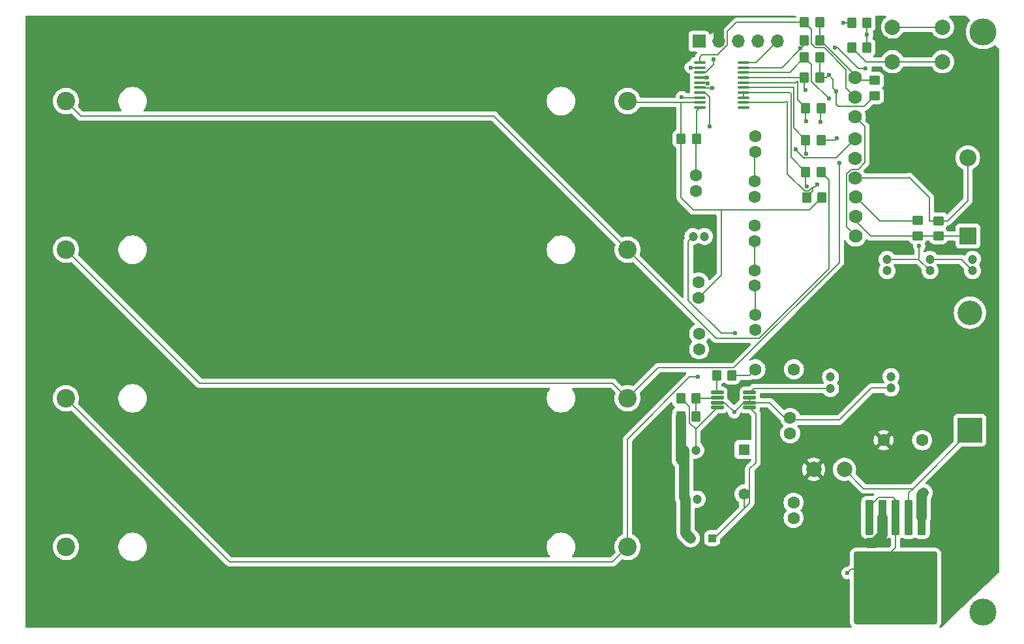
<source format=gbr>
%TF.GenerationSoftware,KiCad,Pcbnew,8.0.6*%
%TF.CreationDate,2024-12-31T14:32:05-08:00*%
%TF.ProjectId,Avionics Power Regulation Board,4176696f-6e69-4637-9320-506f77657220,3*%
%TF.SameCoordinates,Original*%
%TF.FileFunction,Copper,L1,Top*%
%TF.FilePolarity,Positive*%
%FSLAX46Y46*%
G04 Gerber Fmt 4.6, Leading zero omitted, Abs format (unit mm)*
G04 Created by KiCad (PCBNEW 8.0.6) date 2024-12-31 14:32:05*
%MOMM*%
%LPD*%
G01*
G04 APERTURE LIST*
G04 Aperture macros list*
%AMRoundRect*
0 Rectangle with rounded corners*
0 $1 Rounding radius*
0 $2 $3 $4 $5 $6 $7 $8 $9 X,Y pos of 4 corners*
0 Add a 4 corners polygon primitive as box body*
4,1,4,$2,$3,$4,$5,$6,$7,$8,$9,$2,$3,0*
0 Add four circle primitives for the rounded corners*
1,1,$1+$1,$2,$3*
1,1,$1+$1,$4,$5*
1,1,$1+$1,$6,$7*
1,1,$1+$1,$8,$9*
0 Add four rect primitives between the rounded corners*
20,1,$1+$1,$2,$3,$4,$5,0*
20,1,$1+$1,$4,$5,$6,$7,0*
20,1,$1+$1,$6,$7,$8,$9,0*
20,1,$1+$1,$8,$9,$2,$3,0*%
G04 Aperture macros list end*
%TA.AperFunction,ComponentPad*%
%ADD10C,1.600000*%
%TD*%
%TA.AperFunction,SMDPad,CuDef*%
%ADD11RoundRect,0.100000X-0.637500X-0.100000X0.637500X-0.100000X0.637500X0.100000X-0.637500X0.100000X0*%
%TD*%
%TA.AperFunction,ComponentPad*%
%ADD12C,2.000000*%
%TD*%
%TA.AperFunction,SMDPad,CuDef*%
%ADD13RoundRect,0.250000X0.350000X0.450000X-0.350000X0.450000X-0.350000X-0.450000X0.350000X-0.450000X0*%
%TD*%
%TA.AperFunction,SMDPad,CuDef*%
%ADD14RoundRect,0.250000X-0.300000X2.050000X-0.300000X-2.050000X0.300000X-2.050000X0.300000X2.050000X0*%
%TD*%
%TA.AperFunction,SMDPad,CuDef*%
%ADD15RoundRect,0.250000X-2.375000X2.025000X-2.375000X-2.025000X2.375000X-2.025000X2.375000X2.025000X0*%
%TD*%
%TA.AperFunction,SMDPad,CuDef*%
%ADD16RoundRect,0.250002X-5.149998X4.449998X-5.149998X-4.449998X5.149998X-4.449998X5.149998X4.449998X0*%
%TD*%
%TA.AperFunction,ComponentPad*%
%ADD17R,2.200000X2.200000*%
%TD*%
%TA.AperFunction,ComponentPad*%
%ADD18O,2.200000X2.200000*%
%TD*%
%TA.AperFunction,ComponentPad*%
%ADD19C,1.200000*%
%TD*%
%TA.AperFunction,ComponentPad*%
%ADD20C,2.400000*%
%TD*%
%TA.AperFunction,SMDPad,CuDef*%
%ADD21RoundRect,0.250000X-0.350000X-0.450000X0.350000X-0.450000X0.350000X0.450000X-0.350000X0.450000X0*%
%TD*%
%TA.AperFunction,WasherPad*%
%ADD22C,3.500000*%
%TD*%
%TA.AperFunction,ComponentPad*%
%ADD23C,1.778000*%
%TD*%
%TA.AperFunction,ComponentPad*%
%ADD24R,1.473200X1.473200*%
%TD*%
%TA.AperFunction,ComponentPad*%
%ADD25C,1.473200*%
%TD*%
%TA.AperFunction,SMDPad,CuDef*%
%ADD26RoundRect,0.250000X0.450000X-0.350000X0.450000X0.350000X-0.450000X0.350000X-0.450000X-0.350000X0*%
%TD*%
%TA.AperFunction,SMDPad,CuDef*%
%ADD27RoundRect,0.250000X-0.300000X-0.300000X0.300000X-0.300000X0.300000X0.300000X-0.300000X0.300000X0*%
%TD*%
%TA.AperFunction,ComponentPad*%
%ADD28R,3.200000X3.200000*%
%TD*%
%TA.AperFunction,ComponentPad*%
%ADD29O,3.200000X3.200000*%
%TD*%
%TA.AperFunction,SMDPad,CuDef*%
%ADD30RoundRect,0.250000X-0.450000X0.350000X-0.450000X-0.350000X0.450000X-0.350000X0.450000X0.350000X0*%
%TD*%
%TA.AperFunction,ComponentPad*%
%ADD31R,1.700000X1.700000*%
%TD*%
%TA.AperFunction,ComponentPad*%
%ADD32O,1.700000X1.700000*%
%TD*%
%TA.AperFunction,SMDPad,CuDef*%
%ADD33RoundRect,0.125000X-0.687500X-0.125000X0.687500X-0.125000X0.687500X0.125000X-0.687500X0.125000X0*%
%TD*%
%TA.AperFunction,ViaPad*%
%ADD34C,0.600000*%
%TD*%
%TA.AperFunction,Conductor*%
%ADD35C,0.200000*%
%TD*%
%TA.AperFunction,Conductor*%
%ADD36C,1.367030*%
%TD*%
G04 APERTURE END LIST*
D10*
%TO.P,CC3,1*%
%TO.N,/Battery Monitor System/VC2*%
X115731500Y-46821400D03*
%TO.P,CC3,2*%
%TO.N,/Battery Monitor System/VC1*%
X115731500Y-44821400D03*
%TD*%
D11*
%TO.P,U2,1,DSG*%
%TO.N,/Battery Monitor System/DSG*%
X108581500Y-23621400D03*
%TO.P,U2,2,CHG*%
%TO.N,/Battery Monitor System/CHG*%
X108581500Y-24271400D03*
%TO.P,U2,3,VSS*%
%TO.N,GNDREF*%
X108581500Y-24921400D03*
%TO.P,U2,4,SDA*%
%TO.N,/SDA*%
X108581500Y-25571400D03*
%TO.P,U2,5,SCL*%
%TO.N,/SCL*%
X108581500Y-26221400D03*
%TO.P,U2,6,TS1*%
%TO.N,Net-(U2-TS1)*%
X108581500Y-26871400D03*
%TO.P,U2,7,CAP1*%
%TO.N,Net-(U2-CAP1)*%
X108581500Y-27521400D03*
%TO.P,U2,8,REGOUT*%
%TO.N,/REGOUT*%
X108581500Y-28171400D03*
%TO.P,U2,9,REGSRC*%
%TO.N,/Battery Monitor System/BAT +*%
X108581500Y-28821400D03*
%TO.P,U2,10,BAT*%
%TO.N,Net-(U2-BAT)*%
X108581500Y-29471400D03*
%TO.P,U2,11,NC*%
%TO.N,unconnected-(U2-NC-Pad11)*%
X114306500Y-29471400D03*
%TO.P,U2,12,VC5*%
%TO.N,/Battery Monitor System/VC5*%
X114306500Y-28821400D03*
%TO.P,U2,13,VC4*%
%TO.N,/Battery Monitor System/VC3*%
X114306500Y-28171400D03*
%TO.P,U2,14,VC3*%
X114306500Y-27521400D03*
%TO.P,U2,15,VC2*%
%TO.N,/Battery Monitor System/VC2*%
X114306500Y-26871400D03*
%TO.P,U2,16,VC1*%
%TO.N,/Battery Monitor System/VC1*%
X114306500Y-26221400D03*
%TO.P,U2,17,VC0*%
%TO.N,/Battery Monitor System/VC0*%
X114306500Y-25571400D03*
%TO.P,U2,18,SRP*%
%TO.N,/Battery Monitor System/SRP*%
X114306500Y-24921400D03*
%TO.P,U2,19,SRN*%
%TO.N,/Battery Monitor System/SRN*%
X114306500Y-24271400D03*
%TO.P,U2,20,ALERT*%
%TO.N,/ALERT*%
X114306500Y-23621400D03*
%TD*%
D12*
%TO.P,L1,1*%
%TO.N,Net-(D1-K)*%
X127393000Y-76481000D03*
%TO.P,L1,2*%
%TO.N,/VOUT*%
X123393000Y-76481000D03*
%TD*%
D13*
%TO.P,RC1,1*%
%TO.N,/Battery Monitor System/BAT +*%
X124481500Y-41121400D03*
%TO.P,RC1,2*%
%TO.N,/Battery Monitor System/VC5*%
X122481500Y-41121400D03*
%TD*%
D14*
%TO.P,U1,1,VIN*%
%TO.N,/VIN*%
X137416000Y-82710000D03*
%TO.P,U1,2,OUT*%
%TO.N,Net-(D1-K)*%
X135716000Y-82710000D03*
%TO.P,U1,3,GND*%
%TO.N,GNDREF*%
X134016000Y-82710000D03*
D15*
X136791000Y-89435000D03*
X131241000Y-89435000D03*
D16*
X134016000Y-91860000D03*
D15*
X136791000Y-94285000D03*
X131241000Y-94285000D03*
D14*
%TO.P,U1,4,FB*%
%TO.N,/VOUT*%
X132316000Y-82710000D03*
%TO.P,U1,5,~{ON}/OFF*%
%TO.N,GNDREF*%
X130616000Y-82710000D03*
%TD*%
D13*
%TO.P,RC2,1*%
%TO.N,Net-(BT1-Pad3+)*%
X124369000Y-37821400D03*
%TO.P,RC2,2*%
%TO.N,/Battery Monitor System/VC3*%
X122369000Y-37821400D03*
%TD*%
D17*
%TO.P,D3,1,K*%
%TO.N,Net-(D3-K)*%
X143395000Y-46151400D03*
D18*
%TO.P,D3,2,A*%
%TO.N,Net-(D3-A)*%
X143395000Y-35991400D03*
%TD*%
D19*
%TO.P,CSS1,1*%
%TO.N,Net-(U4-SS)*%
X125581500Y-65971400D03*
%TO.P,CSS1,2*%
%TO.N,GNDREF*%
X125581500Y-64471400D03*
%TD*%
D10*
%TO.P,C1,1*%
%TO.N,/VIN*%
X120790000Y-82785000D03*
%TO.P,C1,2*%
%TO.N,GNDREF*%
X120790000Y-80785000D03*
%TD*%
D13*
%TO.P,RC3,1*%
%TO.N,Net-(BT1-Pad2+)*%
X124369000Y-33671400D03*
%TO.P,RC3,2*%
%TO.N,/Battery Monitor System/VC2*%
X122369000Y-33671400D03*
%TD*%
D19*
%TO.P,C5,1*%
%TO.N,/Battery Monitor System/SRN*%
X132931500Y-49171400D03*
%TO.P,C5,2*%
%TO.N,GNDREF*%
X132931500Y-50671400D03*
%TD*%
D10*
%TO.P,CC1,1*%
%TO.N,/Battery Monitor System/VC5*%
X115831500Y-58371400D03*
%TO.P,CC1,2*%
%TO.N,/Battery Monitor System/VC3*%
X115831500Y-56371400D03*
%TD*%
D20*
%TO.P,BT1,1+*%
%TO.N,Net-(BT1-Pad1+)*%
X99235000Y-86535000D03*
%TO.P,BT1,1-*%
%TO.N,GNDREF*%
X26335000Y-86535000D03*
%TO.P,BT1,2+*%
%TO.N,Net-(BT1-Pad2+)*%
X99235000Y-67235000D03*
%TO.P,BT1,2-*%
%TO.N,Net-(BT1-Pad1+)*%
X26335000Y-67235000D03*
%TO.P,BT1,3+*%
%TO.N,Net-(BT1-Pad3+)*%
X99235000Y-47935000D03*
%TO.P,BT1,3-*%
%TO.N,Net-(BT1-Pad2+)*%
X26335000Y-47935000D03*
%TO.P,BT1,4+*%
%TO.N,/Battery Monitor System/BAT +*%
X99235000Y-28635000D03*
%TO.P,BT1,4-*%
%TO.N,Net-(BT1-Pad3+)*%
X26335000Y-28635000D03*
%TD*%
D21*
%TO.P,R4,1*%
%TO.N,/Battery Monitor System/SRN*%
X122181500Y-20721400D03*
%TO.P,R4,2*%
%TO.N,Net-(Q1-Pad3)*%
X124181500Y-20721400D03*
%TD*%
D10*
%TO.P,C8,1*%
%TO.N,GNDREF*%
X108131500Y-40271400D03*
%TO.P,C8,2*%
%TO.N,Net-(U2-BAT)*%
X108131500Y-38271400D03*
%TD*%
D21*
%TO.P,Rcomp1,1*%
%TO.N,Net-(U4-COMP)*%
X110781500Y-64271400D03*
%TO.P,Rcomp1,2*%
%TO.N,Net-(Ccomp1-Pad1)*%
X112781500Y-64271400D03*
%TD*%
D22*
%TO.P,H2,*%
%TO.N,*%
X145401600Y-19635800D03*
%TD*%
D13*
%TO.P,RF1,1*%
%TO.N,Net-(U2-BAT)*%
X108181500Y-33521400D03*
%TO.P,RF1,2*%
%TO.N,/Battery Monitor System/BAT +*%
X106181500Y-33521400D03*
%TD*%
D10*
%TO.P,C2,1*%
%TO.N,/VOUT*%
X132481500Y-72671400D03*
%TO.P,C2,2*%
%TO.N,GNDREF*%
X137481500Y-72671400D03*
%TD*%
D21*
%TO.P,R1,1*%
%TO.N,/VIN*%
X106131500Y-69571400D03*
%TO.P,R1,2*%
%TO.N,Net-(U4-FB)*%
X108131500Y-69571400D03*
%TD*%
D13*
%TO.P,RC4,1*%
%TO.N,Net-(BT1-Pad1+)*%
X124369000Y-29521400D03*
%TO.P,RC4,2*%
%TO.N,/Battery Monitor System/VC1*%
X122369000Y-29521400D03*
%TD*%
%TO.P,RC5,1*%
%TO.N,GNDREF*%
X124181500Y-25571400D03*
%TO.P,RC5,2*%
%TO.N,/Battery Monitor System/VC0*%
X122181500Y-25571400D03*
%TD*%
D23*
%TO.P,Q1,1*%
%TO.N,Net-(Q1-Pad1)*%
X128781500Y-30701400D03*
%TO.P,Q1,2*%
%TO.N,/Battery Monitor System/DSG*%
X128781500Y-28161400D03*
%TO.P,Q1,3*%
%TO.N,Net-(Q1-Pad3)*%
X128781500Y-25621400D03*
%TD*%
%TO.P,Q2,1,D*%
%TO.N,Net-(D3-A)*%
X128790000Y-38635000D03*
%TO.P,Q2,2,G*%
%TO.N,GNDREF*%
X128790000Y-36095000D03*
%TO.P,Q2,3,S*%
%TO.N,/Battery Monitor System/CHG*%
X128790000Y-33555000D03*
%TD*%
D19*
%TO.P,Cout2,1*%
%TO.N,/VIN*%
X106781500Y-80321400D03*
%TO.P,Cout2,2*%
%TO.N,GNDREF*%
X108281500Y-80321400D03*
%TD*%
%TO.P,C3,1*%
%TO.N,GNDREF*%
X144031500Y-49171400D03*
%TO.P,C3,2*%
%TO.N,/Battery Monitor System/SRP*%
X144031500Y-50671400D03*
%TD*%
D24*
%TO.P,L2,1*%
%TO.N,/REGOUT*%
X114340000Y-73885000D03*
D25*
%TO.P,L2,2*%
%TO.N,Net-(D2-A)*%
X114340000Y-79676200D03*
%TD*%
D26*
%TO.P,R9,1*%
%TO.N,Net-(D3-K)*%
X139585000Y-46171400D03*
%TO.P,R9,2*%
%TO.N,Net-(D3-A)*%
X139585000Y-44171400D03*
%TD*%
D19*
%TO.P,Cout1,1*%
%TO.N,/VIN*%
X106581500Y-73971400D03*
%TO.P,Cout1,2*%
%TO.N,GNDREF*%
X108081500Y-73971400D03*
%TD*%
D27*
%TO.P,D2,1,K*%
%TO.N,/VIN*%
X107431500Y-85421400D03*
%TO.P,D2,2,A*%
%TO.N,Net-(D2-A)*%
X110231500Y-85421400D03*
%TD*%
D12*
%TO.P,SW1,1,1*%
%TO.N,Net-(R5-Pad1)*%
X140131500Y-23521400D03*
X133631500Y-23521400D03*
%TO.P,SW1,2,2*%
%TO.N,/Battery Monitor System/VC1*%
X140131500Y-19021400D03*
X133631500Y-19021400D03*
%TD*%
D21*
%TO.P,R3,1*%
%TO.N,/Battery Monitor System/SRP*%
X122181500Y-22971400D03*
%TO.P,R3,2*%
%TO.N,GNDREF*%
X124181500Y-22971400D03*
%TD*%
D28*
%TO.P,D1,1,K*%
%TO.N,Net-(D1-K)*%
X143681500Y-71361400D03*
D29*
%TO.P,D1,2,A*%
%TO.N,GNDREF*%
X143681500Y-56121400D03*
%TD*%
D13*
%TO.P,R6,1*%
%TO.N,Net-(Q1-Pad3)*%
X124181500Y-18421400D03*
%TO.P,R6,2*%
%TO.N,/Battery Monitor System/DSG*%
X122181500Y-18421400D03*
%TD*%
D30*
%TO.P,R8,1*%
%TO.N,/Battery Monitor System/BAT -*%
X136881500Y-44121400D03*
%TO.P,R8,2*%
%TO.N,Net-(D3-K)*%
X136881500Y-46121400D03*
%TD*%
D21*
%TO.P,R5,1*%
%TO.N,Net-(R5-Pad1)*%
X128331500Y-21671400D03*
%TO.P,R5,2*%
%TO.N,Net-(U2-TS1)*%
X130331500Y-21671400D03*
%TD*%
D26*
%TO.P,RSNS1,1*%
%TO.N,GNDREF*%
X131330000Y-27935000D03*
%TO.P,RSNS1,2*%
%TO.N,Net-(Q1-Pad3)*%
X131330000Y-25935000D03*
%TD*%
D13*
%TO.P,R2,1*%
%TO.N,Net-(U4-FB)*%
X108131500Y-67221400D03*
%TO.P,R2,2*%
%TO.N,GNDREF*%
X106131500Y-67221400D03*
%TD*%
D19*
%TO.P,CIN1,1*%
%TO.N,/REGOUT*%
X133431500Y-65921400D03*
%TO.P,CIN1,2*%
%TO.N,GNDREF*%
X133431500Y-64421400D03*
%TD*%
D10*
%TO.P,CC4,1*%
%TO.N,/Battery Monitor System/VC1*%
X115731500Y-41071400D03*
%TO.P,CC4,2*%
%TO.N,GNDREF*%
X115731500Y-39071400D03*
%TD*%
D31*
%TO.P,J1,1,Pin_1*%
%TO.N,GNDREF*%
X108491500Y-20871400D03*
D32*
%TO.P,J1,2,Pin_2*%
%TO.N,/VOUT*%
X111031500Y-20871400D03*
%TO.P,J1,3,Pin_3*%
%TO.N,/SDA*%
X113571500Y-20871400D03*
%TO.P,J1,4,Pin_4*%
%TO.N,/SCL*%
X116111500Y-20871400D03*
%TO.P,J1,5,Pin_5*%
%TO.N,/ALERT*%
X118651500Y-20871400D03*
%TD*%
D10*
%TO.P,Ccomp1,1*%
%TO.N,Net-(Ccomp1-Pad1)*%
X115831500Y-63471400D03*
%TO.P,Ccomp1,2*%
%TO.N,GNDREF*%
X120831500Y-63471400D03*
%TD*%
D23*
%TO.P,Q3,1*%
%TO.N,Net-(Q1-Pad1)*%
X128831500Y-46161400D03*
%TO.P,Q3,2*%
%TO.N,Net-(D3-K)*%
X128831500Y-43621400D03*
%TO.P,Q3,3*%
%TO.N,/Battery Monitor System/BAT -*%
X128831500Y-41081400D03*
%TD*%
D21*
%TO.P,R7,1*%
%TO.N,GNDREF*%
X128331500Y-18471400D03*
%TO.P,R7,2*%
%TO.N,Net-(U2-TS1)*%
X130331500Y-18471400D03*
%TD*%
D33*
%TO.P,U4,1,COMP*%
%TO.N,Net-(U4-COMP)*%
X110869000Y-66496400D03*
%TO.P,U4,2,FB*%
%TO.N,Net-(U4-FB)*%
X110869000Y-67146400D03*
%TO.P,U4,3,EN*%
%TO.N,/REGOUT*%
X110869000Y-67796400D03*
%TO.P,U4,4,GND*%
%TO.N,GNDREF*%
X110869000Y-68446400D03*
%TO.P,U4,5,SW*%
%TO.N,Net-(D2-A)*%
X115094000Y-68446400D03*
%TO.P,U4,6,VIN*%
%TO.N,/REGOUT*%
X115094000Y-67796400D03*
%TO.P,U4,7,FREQ*%
X115094000Y-67146400D03*
%TO.P,U4,8,SS*%
%TO.N,Net-(U4-SS)*%
X115094000Y-66496400D03*
%TD*%
D10*
%TO.P,CAP1,1*%
%TO.N,Net-(U2-CAP1)*%
X108531500Y-58871400D03*
%TO.P,CAP1,2*%
%TO.N,GNDREF*%
X108531500Y-60871400D03*
%TD*%
D19*
%TO.P,C7,1*%
%TO.N,GNDREF*%
X109231500Y-46221400D03*
%TO.P,C7,2*%
%TO.N,/REGOUT*%
X107731500Y-46221400D03*
%TD*%
D22*
%TO.P,H1,*%
%TO.N,*%
X145401600Y-95023000D03*
%TD*%
D10*
%TO.P,CC5,1*%
%TO.N,GNDREF*%
X115781500Y-35221400D03*
%TO.P,CC5,2*%
%TO.N,/Battery Monitor System/VC0*%
X115781500Y-33221400D03*
%TD*%
%TO.P,CC2,1*%
%TO.N,/Battery Monitor System/VC3*%
X115731500Y-52621400D03*
%TO.P,CC2,2*%
%TO.N,/Battery Monitor System/VC2*%
X115731500Y-50621400D03*
%TD*%
%TO.P,CBY1,1*%
%TO.N,/REGOUT*%
X120340000Y-69785000D03*
%TO.P,CBY1,2*%
%TO.N,GNDREF*%
X120340000Y-71785000D03*
%TD*%
%TO.P,C6,1*%
%TO.N,/Battery Monitor System/BAT +*%
X108481500Y-54171400D03*
%TO.P,C6,2*%
%TO.N,GNDREF*%
X108481500Y-52171400D03*
%TD*%
D19*
%TO.P,C4,1*%
%TO.N,/Battery Monitor System/SRP*%
X138481500Y-49171400D03*
%TO.P,C4,2*%
%TO.N,/Battery Monitor System/SRN*%
X138481500Y-50671400D03*
%TD*%
D34*
%TO.N,Net-(BT1-Pad1+)*%
X124281500Y-31321400D03*
X108381500Y-64471400D03*
%TO.N,GNDREF*%
X110381500Y-23221400D03*
X127281500Y-18471400D03*
X127774000Y-89943000D03*
X125381500Y-25271400D03*
X126333755Y-27324445D03*
%TO.N,Net-(BT1-Pad2+)*%
X126381500Y-33421400D03*
X126731500Y-36671400D03*
%TO.N,/VIN*%
X137680000Y-79529000D03*
%TO.N,/Battery Monitor System/SRP*%
X125381500Y-28321400D03*
%TO.N,/Battery Monitor System/SRN*%
X126157971Y-21647870D03*
X121686417Y-21785565D03*
X137081500Y-47421400D03*
X130131500Y-24371400D03*
%TO.N,/REGOUT*%
X113081500Y-69035000D03*
X106281500Y-28121400D03*
X113181500Y-58771400D03*
%TO.N,Net-(U2-CAP1)*%
X109881500Y-31971400D03*
%TO.N,/Battery Monitor System/VC5*%
X123831500Y-39471400D03*
%TO.N,/Battery Monitor System/VC3*%
X122481500Y-39721400D03*
%TO.N,/Battery Monitor System/VC2*%
X122381500Y-35471400D03*
%TO.N,/Battery Monitor System/VC1*%
X122431500Y-31271400D03*
%TO.N,/Battery Monitor System/VC0*%
X122331500Y-27171400D03*
%TO.N,/Battery Monitor System/CHG*%
X107431500Y-24271400D03*
X121031500Y-34871400D03*
%TO.N,Net-(U2-TS1)*%
X130331500Y-20021400D03*
X110205519Y-26956605D03*
%TO.N,/SCL*%
X109664744Y-26367057D03*
%TO.N,/SDA*%
X109581500Y-25571400D03*
%TD*%
D35*
%TO.N,Net-(BT1-Pad1+)*%
X99235000Y-86535000D02*
X97280000Y-88490000D01*
X107296756Y-64471400D02*
X108381500Y-64471400D01*
X47590000Y-88490000D02*
X26335000Y-67235000D01*
X124281500Y-31321400D02*
X124281500Y-29608900D01*
X99235000Y-86535000D02*
X99235000Y-72533156D01*
X97280000Y-88490000D02*
X47590000Y-88490000D01*
X124281500Y-29608900D02*
X124369000Y-29521400D01*
X99235000Y-72533156D02*
X107296756Y-64471400D01*
%TO.N,Net-(BT1-Pad3+)*%
X110771400Y-59471400D02*
X99235000Y-47935000D01*
X99235000Y-47935000D02*
X81880000Y-30580000D01*
X125381500Y-50377035D02*
X116287135Y-59471400D01*
X125381500Y-38833900D02*
X125381500Y-50377035D01*
X81880000Y-30580000D02*
X28280000Y-30580000D01*
X116287135Y-59471400D02*
X110771400Y-59471400D01*
X28280000Y-30580000D02*
X26335000Y-28635000D01*
X124369000Y-37821400D02*
X125381500Y-38833900D01*
%TO.N,/Battery Monitor System/BAT +*%
X106181500Y-33521400D02*
X106181500Y-28921400D01*
X111381500Y-42771400D02*
X107781500Y-42771400D01*
X122831500Y-42771400D02*
X111381500Y-42771400D01*
X108581500Y-28821400D02*
X106281500Y-28821400D01*
X106181500Y-28921400D02*
X106281500Y-28821400D01*
X99421400Y-28821400D02*
X99235000Y-28635000D01*
X108481500Y-54171400D02*
X111381500Y-51271400D01*
X106281500Y-28821400D02*
X99421400Y-28821400D01*
X124481500Y-41121400D02*
X122831500Y-42771400D01*
X106181500Y-41171400D02*
X106181500Y-33521400D01*
X111381500Y-51271400D02*
X111381500Y-42771400D01*
X107781500Y-42771400D02*
X106181500Y-41171400D01*
%TO.N,GNDREF*%
X134016000Y-82710000D02*
X134016000Y-80410000D01*
X109382970Y-24921400D02*
X108581500Y-24921400D01*
X126333755Y-27324445D02*
X125931500Y-26922190D01*
X110869000Y-68446400D02*
X108081500Y-71233900D01*
X134016000Y-86660000D02*
X131241000Y-89435000D01*
X131781256Y-80110000D02*
X130616000Y-81275256D01*
X124181500Y-25571400D02*
X125081500Y-25571400D01*
X107281500Y-68371400D02*
X107281500Y-70433900D01*
X126333755Y-27324445D02*
X126333755Y-29066755D01*
X108081500Y-71233900D02*
X108081500Y-73971400D01*
X130616000Y-81275256D02*
X130616000Y-82710000D01*
X110381500Y-23221400D02*
X110381500Y-23922870D01*
X125931500Y-25821400D02*
X125381500Y-25271400D01*
X133716000Y-80110000D02*
X131781256Y-80110000D01*
X125931500Y-26922190D02*
X125931500Y-25821400D01*
X110381500Y-23922870D02*
X109382970Y-24921400D01*
X126567400Y-29300400D02*
X129964600Y-29300400D01*
X107281500Y-70433900D02*
X108081500Y-71233900D01*
X129964600Y-29300400D02*
X131330000Y-27935000D01*
X124181500Y-22971400D02*
X124181500Y-25571400D01*
X131241000Y-89435000D02*
X128282000Y-89435000D01*
X126333755Y-29066755D02*
X126567400Y-29300400D01*
X128331500Y-18471400D02*
X127281500Y-18471400D01*
X125081500Y-25571400D02*
X125381500Y-25271400D01*
X115731500Y-35271400D02*
X115781500Y-35221400D01*
X106131500Y-67221400D02*
X107281500Y-68371400D01*
X115731500Y-39071400D02*
X115731500Y-35271400D01*
X134016000Y-82710000D02*
X134016000Y-86660000D01*
X134016000Y-80410000D02*
X133716000Y-80110000D01*
X128282000Y-89435000D02*
X127774000Y-89943000D01*
%TO.N,Net-(BT1-Pad2+)*%
X43685000Y-65285000D02*
X97285000Y-65285000D01*
X126731500Y-36671400D02*
X126731500Y-49592721D01*
X103198600Y-63271400D02*
X99235000Y-67235000D01*
X26335000Y-47935000D02*
X43685000Y-65285000D01*
X97285000Y-65285000D02*
X99235000Y-67235000D01*
X126131500Y-33671400D02*
X126381500Y-33421400D01*
X126731500Y-49592721D02*
X113052821Y-63271400D01*
X113052821Y-63271400D02*
X103198600Y-63271400D01*
X124369000Y-33671400D02*
X126131500Y-33671400D01*
D36*
%TO.N,/VIN*%
X106581500Y-75671400D02*
X106131500Y-75221400D01*
X106781500Y-80321400D02*
X106581500Y-80121400D01*
D35*
X106581500Y-74021400D02*
X106781500Y-74221400D01*
D36*
X107431500Y-85421400D02*
X106781500Y-84771400D01*
X137416000Y-79793000D02*
X137680000Y-79529000D01*
D35*
X106581500Y-73971400D02*
X106581500Y-74021400D01*
D36*
X106581500Y-75671400D02*
X106581500Y-73971400D01*
X106581500Y-80121400D02*
X106581500Y-75671400D01*
X106131500Y-75221400D02*
X106131500Y-69571400D01*
X137416000Y-82710000D02*
X137416000Y-79793000D01*
X106781500Y-84771400D02*
X106781500Y-80321400D01*
%TO.N,/VOUT*%
X131320000Y-86006000D02*
X130441000Y-86006000D01*
X132316000Y-82710000D02*
X132316000Y-85010000D01*
X111031500Y-19471400D02*
X110481500Y-18921400D01*
X132316000Y-85010000D02*
X131320000Y-86006000D01*
X111031500Y-20871400D02*
X111031500Y-19471400D01*
D35*
%TO.N,/Battery Monitor System/SRP*%
X123081500Y-26056144D02*
X123081500Y-23871400D01*
X120331500Y-24921400D02*
X114306500Y-24921400D01*
X125381500Y-28321400D02*
X125346756Y-28321400D01*
X123081500Y-23871400D02*
X122181500Y-22971400D01*
X120431500Y-24721400D02*
X120431500Y-24821400D01*
X138481500Y-49171400D02*
X142531500Y-49171400D01*
X142531500Y-49171400D02*
X144031500Y-50671400D01*
X122181500Y-22971400D02*
X120431500Y-24721400D01*
X120431500Y-24821400D02*
X120331500Y-24921400D01*
X125346756Y-28321400D02*
X123081500Y-26056144D01*
%TO.N,/Battery Monitor System/SRN*%
X126157971Y-21647870D02*
X126489470Y-21647870D01*
X114306500Y-24271400D02*
X119296756Y-24271400D01*
X122181500Y-21386656D02*
X122181500Y-20721400D01*
X137081500Y-49071400D02*
X136981500Y-49171400D01*
X136981500Y-49171400D02*
X138481500Y-50671400D01*
X121689128Y-21879028D02*
X121689128Y-21788276D01*
X126489470Y-21647870D02*
X129213000Y-24371400D01*
X121689128Y-21788276D02*
X121686417Y-21785565D01*
X137081500Y-47421400D02*
X137081500Y-49071400D01*
X121689128Y-21879028D02*
X122181500Y-21386656D01*
X119296756Y-24271400D02*
X121689128Y-21879028D01*
X129213000Y-24371400D02*
X130131500Y-24371400D01*
X132931500Y-49171400D02*
X136981500Y-49171400D01*
%TO.N,/REGOUT*%
X115094000Y-67146400D02*
X115094000Y-67796400D01*
X115094000Y-67796400D02*
X114281501Y-67796400D01*
X114281501Y-67796400D02*
X113081500Y-68996401D01*
X106331500Y-28171400D02*
X108581500Y-28171400D01*
X113081500Y-68996401D02*
X113081500Y-69035000D01*
X113081500Y-69035000D02*
X113081500Y-69041894D01*
X130881500Y-65921400D02*
X126731500Y-70071400D01*
X106281500Y-28121400D02*
X106331500Y-28171400D01*
X111381500Y-58771400D02*
X113181500Y-58771400D01*
X107731500Y-46221400D02*
X107131500Y-46821400D01*
X133431500Y-65921400D02*
X130881500Y-65921400D01*
X119981500Y-70121400D02*
X117656500Y-67796400D01*
X111836006Y-67796400D02*
X110869000Y-67796400D01*
X113081500Y-69041894D02*
X111836006Y-67796400D01*
X120031500Y-70071400D02*
X119981500Y-70121400D01*
X126731500Y-70071400D02*
X120031500Y-70071400D01*
X117656500Y-67796400D02*
X115094000Y-67796400D01*
X107131500Y-54521400D02*
X111381500Y-58771400D01*
X107131500Y-46821400D02*
X107131500Y-54521400D01*
%TO.N,Net-(U2-CAP1)*%
X109881500Y-28083901D02*
X109318999Y-27521400D01*
X109318999Y-27521400D02*
X108581500Y-27521400D01*
X109881500Y-31971400D02*
X109881500Y-28083901D01*
%TO.N,/Battery Monitor System/VC5*%
X119731500Y-28721400D02*
X119631500Y-28821400D01*
X122730029Y-40321400D02*
X122232971Y-40321400D01*
X119631500Y-28821400D02*
X114306500Y-28821400D01*
X123269000Y-40333900D02*
X123269000Y-39782429D01*
X122481500Y-41121400D02*
X123269000Y-40333900D01*
X123520471Y-39782429D02*
X123831500Y-39471400D01*
X123269000Y-39782429D02*
X123520471Y-39782429D01*
X122232971Y-40321400D02*
X119981500Y-38069929D01*
X119981500Y-28721400D02*
X119731500Y-28721400D01*
X123269000Y-39782429D02*
X122730029Y-40321400D01*
X119981500Y-38069929D02*
X119981500Y-28721400D01*
%TO.N,/Battery Monitor System/VC3*%
X122369000Y-39608900D02*
X122481500Y-39721400D01*
X114306500Y-27521400D02*
X114306500Y-28171400D01*
X114306500Y-27521400D02*
X120331500Y-27521400D01*
X115831500Y-56371400D02*
X115831500Y-52721400D01*
X115831500Y-52721400D02*
X115731500Y-52621400D01*
X122369000Y-37821400D02*
X122369000Y-39608900D01*
X120431500Y-27621400D02*
X120431500Y-35883900D01*
X120431500Y-35883900D02*
X122369000Y-37821400D01*
X120331500Y-27521400D02*
X120431500Y-27621400D01*
%TO.N,/Battery Monitor System/VC2*%
X115731500Y-50621400D02*
X115731500Y-46821400D01*
X122369000Y-33671400D02*
X122369000Y-35458900D01*
X122369000Y-33671400D02*
X120831500Y-32133900D01*
X120731500Y-26871400D02*
X114306500Y-26871400D01*
X120831500Y-26771400D02*
X120731500Y-26871400D01*
X120831500Y-32133900D02*
X120831500Y-26771400D01*
X122369000Y-35458900D02*
X122381500Y-35471400D01*
%TO.N,/Battery Monitor System/VC1*%
X121281500Y-25971400D02*
X121031500Y-26221400D01*
X122369000Y-29521400D02*
X122369000Y-31208900D01*
X122369000Y-31208900D02*
X122431500Y-31271400D01*
X133631500Y-19021400D02*
X140131500Y-19021400D01*
X121281500Y-28433900D02*
X121281500Y-25971400D01*
X122369000Y-29521400D02*
X121281500Y-28433900D01*
X121031500Y-26221400D02*
X114306500Y-26221400D01*
%TO.N,/Battery Monitor System/VC0*%
X122181500Y-27021400D02*
X122331500Y-27171400D01*
X122181500Y-25571400D02*
X122181500Y-27021400D01*
X122181500Y-25571400D02*
X114306500Y-25571400D01*
%TO.N,Net-(Ccomp1-Pad1)*%
X115031500Y-64271400D02*
X115831500Y-63471400D01*
X112781500Y-64271400D02*
X115031500Y-64271400D01*
%TO.N,Net-(U4-SS)*%
X125581500Y-65971400D02*
X115619000Y-65971400D01*
X115619000Y-65971400D02*
X115094000Y-66496400D01*
%TO.N,Net-(D1-K)*%
X135716000Y-79536900D02*
X136281500Y-78971400D01*
X127393000Y-76481000D02*
X129883400Y-78971400D01*
X136281500Y-78971400D02*
X143681500Y-71571400D01*
X135716000Y-82710000D02*
X135716000Y-79536900D01*
X129883400Y-78971400D02*
X136281500Y-78971400D01*
X143681500Y-71571400D02*
X143681500Y-71361400D01*
%TO.N,Net-(D2-A)*%
X110501500Y-85421400D02*
X113713950Y-82208950D01*
X115890000Y-69242400D02*
X115890000Y-75585000D01*
X113713950Y-82208950D02*
X115094000Y-80828900D01*
X110501500Y-85421400D02*
X110231500Y-85421400D01*
X114340000Y-81582900D02*
X113713950Y-82208950D01*
X115094000Y-76381000D02*
X115890000Y-75585000D01*
X115094000Y-80828900D02*
X115094000Y-76381000D01*
X114340000Y-79676200D02*
X114340000Y-81582900D01*
X115094000Y-68446400D02*
X115890000Y-69242400D01*
%TO.N,Net-(D3-K)*%
X139535000Y-46121400D02*
X139585000Y-46171400D01*
X136881500Y-46121400D02*
X139535000Y-46121400D01*
X143375000Y-46171400D02*
X143395000Y-46151400D01*
X130781500Y-46171400D02*
X128831500Y-44221400D01*
X130831500Y-46121400D02*
X130781500Y-46171400D01*
X136881500Y-46121400D02*
X130831500Y-46121400D01*
X139585000Y-46171400D02*
X143375000Y-46171400D01*
X128831500Y-44221400D02*
X128831500Y-43621400D01*
%TO.N,Net-(D3-A)*%
X140779600Y-44171400D02*
X143395000Y-41556000D01*
X135771500Y-38511400D02*
X138442000Y-41181900D01*
X143395000Y-41556000D02*
X143395000Y-35991400D01*
X128790000Y-38635000D02*
X135647900Y-38635000D01*
X138493600Y-44171400D02*
X139585000Y-44171400D01*
X139585000Y-44171400D02*
X140779600Y-44171400D01*
X138442000Y-41181900D02*
X138442000Y-44223000D01*
X138442000Y-44223000D02*
X138493600Y-44171400D01*
X135647900Y-38635000D02*
X135771500Y-38511400D01*
%TO.N,/Battery Monitor System/CHG*%
X128790000Y-33555000D02*
X126323600Y-36021400D01*
X126323600Y-36021400D02*
X122182971Y-36021400D01*
X122182971Y-36021400D02*
X122132971Y-36071400D01*
X121031500Y-34969929D02*
X122132971Y-36071400D01*
X108581500Y-24271400D02*
X107431500Y-24271400D01*
X121031500Y-34871400D02*
X121031500Y-34969929D01*
%TO.N,/Battery Monitor System/DSG*%
X110907846Y-22621400D02*
X108881500Y-22621400D01*
X112201500Y-19601400D02*
X112201500Y-21327746D01*
X124766244Y-21721400D02*
X123596756Y-21721400D01*
X123596756Y-21721400D02*
X123081500Y-21206144D01*
X127592500Y-26972400D02*
X127592500Y-24547656D01*
X123081500Y-19321400D02*
X122181500Y-18421400D01*
X113381500Y-18421400D02*
X122181500Y-18421400D01*
X108581500Y-23621400D02*
X108581500Y-22921400D01*
X123081500Y-21206144D02*
X123081500Y-19321400D01*
X112201500Y-21327746D02*
X110907846Y-22621400D01*
X128781500Y-28161400D02*
X127592500Y-26972400D01*
X127592500Y-24547656D02*
X124766244Y-21721400D01*
X112201500Y-19601400D02*
X113381500Y-18421400D01*
X108881500Y-22621400D02*
X108581500Y-22921400D01*
%TO.N,Net-(U4-FB)*%
X108131500Y-67221400D02*
X110794000Y-67221400D01*
X108131500Y-69571400D02*
X108131500Y-67221400D01*
X110794000Y-67221400D02*
X110869000Y-67146400D01*
%TO.N,Net-(R5-Pad1)*%
X128331500Y-21671400D02*
X130181500Y-23521400D01*
X133631500Y-23521400D02*
X140131500Y-23521400D01*
X130181500Y-23521400D02*
X133631500Y-23521400D01*
%TO.N,Net-(U2-TS1)*%
X130331500Y-21671400D02*
X130331500Y-18471400D01*
X110195067Y-26967057D02*
X108677157Y-26967057D01*
X110205519Y-26956605D02*
X110195067Y-26967057D01*
X108677157Y-26967057D02*
X108581500Y-26871400D01*
%TO.N,Net-(U4-COMP)*%
X110781500Y-64271400D02*
X110781500Y-66408900D01*
X110781500Y-66408900D02*
X110869000Y-66496400D01*
%TO.N,Net-(U2-BAT)*%
X108581500Y-29471400D02*
X108181500Y-29871400D01*
X108131500Y-38271400D02*
X108131500Y-33571400D01*
X108181500Y-29871400D02*
X108181500Y-33521400D01*
X108131500Y-33571400D02*
X108181500Y-33521400D01*
%TO.N,/SCL*%
X108581500Y-26221400D02*
X109519087Y-26221400D01*
X109519087Y-26221400D02*
X109664744Y-26367057D01*
%TO.N,/SDA*%
X108581500Y-25571400D02*
X109581500Y-25571400D01*
%TO.N,/ALERT*%
X118651500Y-20871400D02*
X115901500Y-23621400D01*
X115901500Y-23621400D02*
X114306500Y-23621400D01*
%TO.N,/Battery Monitor System/BAT -*%
X131973100Y-44223000D02*
X128831500Y-41081400D01*
X136779900Y-44223000D02*
X131973100Y-44223000D01*
X136881500Y-44121400D02*
X136779900Y-44223000D01*
%TO.N,Net-(Q1-Pad3)*%
X124261218Y-20721400D02*
X124181500Y-20721400D01*
X129095100Y-25935000D02*
X128781500Y-25621400D01*
X131330000Y-25935000D02*
X129095100Y-25935000D01*
X128781500Y-25621400D02*
X128781500Y-25241682D01*
X124181500Y-18421400D02*
X124181500Y-20721400D01*
X128781500Y-25241682D02*
X124261218Y-20721400D01*
%TO.N,Net-(Q1-Pad1)*%
X127651000Y-38131110D02*
X127651000Y-44980900D01*
X129167000Y-37496000D02*
X128286110Y-37496000D01*
X127651000Y-44980900D02*
X128831500Y-46161400D01*
X130034600Y-36628400D02*
X129167000Y-37496000D01*
X130034600Y-31954500D02*
X130034600Y-36628400D01*
X128781500Y-30701400D02*
X130034600Y-31954500D01*
X128286110Y-37496000D02*
X127651000Y-38131110D01*
%TD*%
%TA.AperFunction,Conductor*%
%TO.N,/VOUT*%
G36*
X121068569Y-17591585D02*
G01*
X121114324Y-17644389D01*
X121124268Y-17713547D01*
X121119249Y-17734865D01*
X121118918Y-17735865D01*
X121079164Y-17793323D01*
X121014657Y-17820167D01*
X121001199Y-17820900D01*
X113468169Y-17820900D01*
X113468153Y-17820899D01*
X113460557Y-17820899D01*
X113302443Y-17820899D01*
X113225247Y-17841584D01*
X113149716Y-17861822D01*
X113118670Y-17879747D01*
X113118669Y-17879746D01*
X113012787Y-17940877D01*
X113012782Y-17940881D01*
X111720981Y-19232682D01*
X111720979Y-19232685D01*
X111670861Y-19319494D01*
X111670859Y-19319496D01*
X111641925Y-19369609D01*
X111641923Y-19369613D01*
X111641923Y-19369615D01*
X111609143Y-19491949D01*
X111607085Y-19499631D01*
X111570719Y-19559291D01*
X111507872Y-19589819D01*
X111455216Y-19587311D01*
X111281500Y-19540764D01*
X111281500Y-20438388D01*
X111224493Y-20405475D01*
X111097326Y-20371400D01*
X110965674Y-20371400D01*
X110838507Y-20405475D01*
X110781500Y-20438388D01*
X110781500Y-19540764D01*
X110781499Y-19540764D01*
X110568013Y-19597967D01*
X110568007Y-19597970D01*
X110353922Y-19697799D01*
X110353920Y-19697800D01*
X110160426Y-19833286D01*
X110038365Y-19955347D01*
X109977042Y-19988831D01*
X109907350Y-19983847D01*
X109851417Y-19941975D01*
X109834502Y-19910998D01*
X109785297Y-19779071D01*
X109785293Y-19779064D01*
X109699047Y-19663855D01*
X109699044Y-19663852D01*
X109583835Y-19577606D01*
X109583828Y-19577602D01*
X109448982Y-19527308D01*
X109448983Y-19527308D01*
X109389383Y-19520901D01*
X109389381Y-19520900D01*
X109389373Y-19520900D01*
X109389364Y-19520900D01*
X107593629Y-19520900D01*
X107593623Y-19520901D01*
X107534016Y-19527308D01*
X107399171Y-19577602D01*
X107399164Y-19577606D01*
X107283955Y-19663852D01*
X107283952Y-19663855D01*
X107197706Y-19779064D01*
X107197702Y-19779071D01*
X107147408Y-19913917D01*
X107141001Y-19973516D01*
X107141000Y-19973535D01*
X107141000Y-21769270D01*
X107141001Y-21769276D01*
X107147408Y-21828883D01*
X107197702Y-21963728D01*
X107197706Y-21963735D01*
X107283952Y-22078944D01*
X107283955Y-22078947D01*
X107399164Y-22165193D01*
X107399171Y-22165197D01*
X107534017Y-22215491D01*
X107534016Y-22215491D01*
X107540944Y-22216235D01*
X107593627Y-22221900D01*
X108132403Y-22221899D01*
X108199441Y-22241583D01*
X108245196Y-22294387D01*
X108255140Y-22363546D01*
X108226115Y-22427102D01*
X108220089Y-22433574D01*
X108212792Y-22440872D01*
X108212786Y-22440878D01*
X108100981Y-22552682D01*
X108100977Y-22552687D01*
X108079403Y-22590057D01*
X108075617Y-22596615D01*
X108051942Y-22637620D01*
X108021924Y-22689612D01*
X107983416Y-22833323D01*
X107947050Y-22892983D01*
X107884203Y-22923511D01*
X107879825Y-22924167D01*
X107787246Y-22936354D01*
X107787237Y-22936356D01*
X107641160Y-22996863D01*
X107515718Y-23093118D01*
X107419463Y-23218560D01*
X107358956Y-23364637D01*
X107358954Y-23364644D01*
X107357000Y-23379486D01*
X107328731Y-23443382D01*
X107270404Y-23481850D01*
X107258982Y-23484224D01*
X107259041Y-23484480D01*
X107252253Y-23486029D01*
X107081978Y-23545610D01*
X106929237Y-23641584D01*
X106801684Y-23769137D01*
X106705711Y-23921876D01*
X106646131Y-24092145D01*
X106646130Y-24092150D01*
X106625935Y-24271396D01*
X106625935Y-24271403D01*
X106646130Y-24450649D01*
X106646131Y-24450654D01*
X106705711Y-24620923D01*
X106733180Y-24664639D01*
X106801684Y-24773662D01*
X106929238Y-24901216D01*
X107056166Y-24980970D01*
X107081978Y-24997189D01*
X107252248Y-25056769D01*
X107259034Y-25058318D01*
X107258486Y-25060715D01*
X107312349Y-25083341D01*
X107351911Y-25140931D01*
X107357002Y-25163318D01*
X107358956Y-25178163D01*
X107367566Y-25198950D01*
X107375033Y-25268419D01*
X107367566Y-25293850D01*
X107358957Y-25314634D01*
X107358955Y-25314639D01*
X107343500Y-25432038D01*
X107343500Y-25710763D01*
X107358953Y-25828153D01*
X107358957Y-25828165D01*
X107367566Y-25848950D01*
X107375033Y-25918419D01*
X107367566Y-25943850D01*
X107358957Y-25964634D01*
X107358955Y-25964639D01*
X107343500Y-26082038D01*
X107343500Y-26360763D01*
X107358953Y-26478153D01*
X107358957Y-26478165D01*
X107367566Y-26498950D01*
X107375033Y-26568419D01*
X107367566Y-26593850D01*
X107358957Y-26614634D01*
X107358955Y-26614639D01*
X107343500Y-26732038D01*
X107343500Y-27010763D01*
X107358953Y-27128153D01*
X107358957Y-27128165D01*
X107367566Y-27148950D01*
X107375033Y-27218419D01*
X107367566Y-27243850D01*
X107358957Y-27264634D01*
X107358955Y-27264639D01*
X107343500Y-27382038D01*
X107343500Y-27446900D01*
X107323815Y-27513939D01*
X107271011Y-27559694D01*
X107219500Y-27570900D01*
X106914440Y-27570900D01*
X106847401Y-27551215D01*
X106826759Y-27534581D01*
X106783762Y-27491584D01*
X106631023Y-27395611D01*
X106460754Y-27336031D01*
X106460749Y-27336030D01*
X106281504Y-27315835D01*
X106281496Y-27315835D01*
X106102250Y-27336030D01*
X106102245Y-27336031D01*
X105931976Y-27395611D01*
X105779237Y-27491584D01*
X105651684Y-27619137D01*
X105555711Y-27771876D01*
X105496131Y-27942145D01*
X105496130Y-27942150D01*
X105477131Y-28110783D01*
X105450065Y-28175197D01*
X105392470Y-28214752D01*
X105353911Y-28220900D01*
X100983334Y-28220900D01*
X100916295Y-28201215D01*
X100870540Y-28148411D01*
X100864843Y-28133450D01*
X100864509Y-28132369D01*
X100864508Y-28132363D01*
X100771393Y-27895112D01*
X100643959Y-27674388D01*
X100485050Y-27475123D01*
X100298217Y-27301768D01*
X100087634Y-27158195D01*
X100087630Y-27158193D01*
X100087627Y-27158191D01*
X100087626Y-27158190D01*
X99858006Y-27047612D01*
X99858008Y-27047612D01*
X99614466Y-26972489D01*
X99614462Y-26972488D01*
X99614458Y-26972487D01*
X99493231Y-26954214D01*
X99362440Y-26934500D01*
X99362435Y-26934500D01*
X99107565Y-26934500D01*
X99107559Y-26934500D01*
X98960937Y-26956601D01*
X98855542Y-26972487D01*
X98855539Y-26972488D01*
X98855533Y-26972489D01*
X98611992Y-27047612D01*
X98382373Y-27158190D01*
X98382372Y-27158191D01*
X98171782Y-27301768D01*
X97984952Y-27475121D01*
X97984950Y-27475123D01*
X97826041Y-27674388D01*
X97698608Y-27895109D01*
X97605492Y-28132362D01*
X97605490Y-28132369D01*
X97548777Y-28380845D01*
X97529732Y-28634995D01*
X97529732Y-28635004D01*
X97548777Y-28889154D01*
X97598971Y-29109069D01*
X97605492Y-29137637D01*
X97698607Y-29374888D01*
X97826041Y-29595612D01*
X97984950Y-29794877D01*
X98171783Y-29968232D01*
X98382366Y-30111805D01*
X98382371Y-30111807D01*
X98382372Y-30111808D01*
X98382373Y-30111809D01*
X98475060Y-30156444D01*
X98611992Y-30222387D01*
X98611993Y-30222387D01*
X98611996Y-30222389D01*
X98855542Y-30297513D01*
X99107565Y-30335500D01*
X99362435Y-30335500D01*
X99614458Y-30297513D01*
X99858004Y-30222389D01*
X100087634Y-30111805D01*
X100298217Y-29968232D01*
X100485050Y-29794877D01*
X100643959Y-29595612D01*
X100708455Y-29483901D01*
X100759021Y-29435685D01*
X100815842Y-29421900D01*
X105457000Y-29421900D01*
X105524039Y-29441585D01*
X105569794Y-29494389D01*
X105581000Y-29545900D01*
X105581000Y-32275491D01*
X105561315Y-32342530D01*
X105517231Y-32381041D01*
X105518313Y-32382795D01*
X105512167Y-32386585D01*
X105512166Y-32386586D01*
X105434353Y-32434581D01*
X105362842Y-32478689D01*
X105238789Y-32602742D01*
X105146687Y-32752063D01*
X105146685Y-32752068D01*
X105144096Y-32759882D01*
X105091501Y-32918603D01*
X105091501Y-32918604D01*
X105091500Y-32918604D01*
X105081000Y-33021383D01*
X105081000Y-34021401D01*
X105081001Y-34021419D01*
X105091500Y-34124196D01*
X105091501Y-34124199D01*
X105146685Y-34290731D01*
X105146687Y-34290736D01*
X105158002Y-34309081D01*
X105238788Y-34440056D01*
X105362844Y-34564112D01*
X105512166Y-34656214D01*
X105512167Y-34656214D01*
X105518313Y-34660005D01*
X105517206Y-34661799D01*
X105561837Y-34701087D01*
X105581000Y-34767308D01*
X105581000Y-41084730D01*
X105580999Y-41084748D01*
X105580999Y-41250454D01*
X105580998Y-41250454D01*
X105580999Y-41250457D01*
X105621923Y-41403185D01*
X105627981Y-41413678D01*
X105627983Y-41413685D01*
X105627985Y-41413685D01*
X105700975Y-41540109D01*
X105700981Y-41540117D01*
X105819849Y-41658985D01*
X105819854Y-41658989D01*
X107412784Y-43251920D01*
X107412786Y-43251921D01*
X107412790Y-43251924D01*
X107540605Y-43325717D01*
X107549716Y-43330977D01*
X107702443Y-43371901D01*
X107702445Y-43371901D01*
X107868154Y-43371901D01*
X107868170Y-43371900D01*
X110657000Y-43371900D01*
X110724039Y-43391585D01*
X110769794Y-43444389D01*
X110781000Y-43495900D01*
X110781000Y-50971302D01*
X110761315Y-51038341D01*
X110744681Y-51058983D01*
X109938407Y-51865256D01*
X109877084Y-51898741D01*
X109807392Y-51893757D01*
X109751459Y-51851885D01*
X109730951Y-51809668D01*
X109708241Y-51724911D01*
X109708238Y-51724902D01*
X109700861Y-51709082D01*
X109612068Y-51518666D01*
X109494287Y-51350456D01*
X109481545Y-51332258D01*
X109320641Y-51171354D01*
X109134234Y-51040832D01*
X109134232Y-51040831D01*
X108927997Y-50944661D01*
X108927988Y-50944658D01*
X108708197Y-50885766D01*
X108708193Y-50885765D01*
X108708192Y-50885765D01*
X108708191Y-50885764D01*
X108708186Y-50885764D01*
X108481502Y-50865932D01*
X108481498Y-50865932D01*
X108254813Y-50885764D01*
X108254802Y-50885766D01*
X108035011Y-50944658D01*
X108034997Y-50944663D01*
X107908404Y-51003695D01*
X107839327Y-51014187D01*
X107775543Y-50985667D01*
X107737304Y-50927190D01*
X107732000Y-50891313D01*
X107732000Y-47443837D01*
X107751685Y-47376798D01*
X107804489Y-47331043D01*
X107833215Y-47321948D01*
X107833472Y-47321900D01*
X107833476Y-47321900D01*
X108033956Y-47284424D01*
X108224137Y-47210748D01*
X108397541Y-47103381D01*
X108397956Y-47103002D01*
X108398200Y-47102883D01*
X108402115Y-47099927D01*
X108402693Y-47100692D01*
X108460758Y-47072381D01*
X108530145Y-47080574D01*
X108560680Y-47100197D01*
X108560885Y-47099927D01*
X108564462Y-47102628D01*
X108565042Y-47103001D01*
X108565459Y-47103381D01*
X108738863Y-47210748D01*
X108929044Y-47284424D01*
X109129524Y-47321900D01*
X109129526Y-47321900D01*
X109333474Y-47321900D01*
X109333476Y-47321900D01*
X109533956Y-47284424D01*
X109724137Y-47210748D01*
X109897541Y-47103381D01*
X110048264Y-46965979D01*
X110171173Y-46803221D01*
X110262082Y-46620650D01*
X110317897Y-46424483D01*
X110336715Y-46221400D01*
X110331828Y-46168665D01*
X110317897Y-46018317D01*
X110293312Y-45931912D01*
X110262082Y-45822150D01*
X110240131Y-45778067D01*
X110205583Y-45708684D01*
X110171173Y-45639579D01*
X110067080Y-45501737D01*
X110048262Y-45476818D01*
X109897541Y-45339419D01*
X109897539Y-45339417D01*
X109724142Y-45232055D01*
X109724135Y-45232051D01*
X109629046Y-45195214D01*
X109533956Y-45158376D01*
X109333476Y-45120900D01*
X109129524Y-45120900D01*
X108929044Y-45158376D01*
X108929041Y-45158376D01*
X108929041Y-45158377D01*
X108738864Y-45232051D01*
X108738857Y-45232055D01*
X108565461Y-45339417D01*
X108565456Y-45339420D01*
X108565035Y-45339805D01*
X108564788Y-45339925D01*
X108560885Y-45342873D01*
X108560308Y-45342109D01*
X108502229Y-45370420D01*
X108432843Y-45362220D01*
X108402318Y-45342603D01*
X108402115Y-45342873D01*
X108398551Y-45340181D01*
X108397965Y-45339805D01*
X108397543Y-45339420D01*
X108397538Y-45339417D01*
X108224142Y-45232055D01*
X108224135Y-45232051D01*
X108129046Y-45195214D01*
X108033956Y-45158376D01*
X107833476Y-45120900D01*
X107629524Y-45120900D01*
X107429044Y-45158376D01*
X107429041Y-45158376D01*
X107429041Y-45158377D01*
X107238864Y-45232051D01*
X107238857Y-45232055D01*
X107065460Y-45339417D01*
X107065458Y-45339419D01*
X106914737Y-45476818D01*
X106791827Y-45639578D01*
X106700922Y-45822139D01*
X106700917Y-45822152D01*
X106645102Y-46018317D01*
X106626285Y-46221399D01*
X106626285Y-46221401D01*
X106644527Y-46418276D01*
X106631112Y-46486846D01*
X106628446Y-46491713D01*
X106611306Y-46521403D01*
X106611303Y-46521407D01*
X106571923Y-46589614D01*
X106571923Y-46589615D01*
X106530999Y-46742343D01*
X106530999Y-46742345D01*
X106530999Y-46910446D01*
X106531000Y-46910459D01*
X106531000Y-54082403D01*
X106511315Y-54149442D01*
X106458511Y-54195197D01*
X106389353Y-54205141D01*
X106325797Y-54176116D01*
X106319319Y-54170084D01*
X100843663Y-48694428D01*
X100810178Y-48633105D01*
X100815162Y-48563413D01*
X100815885Y-48561522D01*
X100864508Y-48437637D01*
X100921222Y-48189157D01*
X100931418Y-48053092D01*
X100940268Y-47935004D01*
X100940268Y-47934995D01*
X100922298Y-47695197D01*
X100921222Y-47680843D01*
X100864508Y-47432363D01*
X100771393Y-47195112D01*
X100643959Y-46974388D01*
X100485050Y-46775123D01*
X100298217Y-46601768D01*
X100087634Y-46458195D01*
X100087630Y-46458193D01*
X100087627Y-46458191D01*
X100087626Y-46458190D01*
X99858006Y-46347612D01*
X99858008Y-46347612D01*
X99614466Y-46272489D01*
X99614462Y-46272488D01*
X99614458Y-46272487D01*
X99493231Y-46254214D01*
X99362440Y-46234500D01*
X99362435Y-46234500D01*
X99107565Y-46234500D01*
X99107559Y-46234500D01*
X98950609Y-46258157D01*
X98855542Y-46272487D01*
X98855539Y-46272488D01*
X98855533Y-46272489D01*
X98611993Y-46347611D01*
X98607681Y-46349304D01*
X98607139Y-46347923D01*
X98544585Y-46358215D01*
X98480454Y-46330483D01*
X98472061Y-46322826D01*
X82367590Y-30218355D01*
X82367588Y-30218352D01*
X82248717Y-30099481D01*
X82248716Y-30099480D01*
X82118439Y-30024265D01*
X82118431Y-30024260D01*
X82111787Y-30020424D01*
X82111786Y-30020423D01*
X82111785Y-30020423D01*
X81959057Y-29979499D01*
X81800943Y-29979499D01*
X81793347Y-29979499D01*
X81793331Y-29979500D01*
X36528444Y-29979500D01*
X36461405Y-29959815D01*
X36415650Y-29907011D01*
X36405706Y-29837853D01*
X36430068Y-29780014D01*
X36469855Y-29728162D01*
X36521936Y-29660289D01*
X36643224Y-29450212D01*
X36736054Y-29226100D01*
X36798838Y-28991789D01*
X36830500Y-28751288D01*
X36830500Y-28508712D01*
X36830500Y-28508711D01*
X88739500Y-28508711D01*
X88739500Y-28751288D01*
X88771161Y-28991785D01*
X88833947Y-29226104D01*
X88926773Y-29450205D01*
X88926777Y-29450214D01*
X88946226Y-29483901D01*
X89048064Y-29660289D01*
X89048066Y-29660292D01*
X89048067Y-29660293D01*
X89195733Y-29852736D01*
X89195739Y-29852743D01*
X89367256Y-30024260D01*
X89367263Y-30024266D01*
X89400506Y-30049774D01*
X89559711Y-30171936D01*
X89769788Y-30293224D01*
X89993900Y-30386054D01*
X90228211Y-30448838D01*
X90392366Y-30470449D01*
X90468711Y-30480500D01*
X90468712Y-30480500D01*
X90711289Y-30480500D01*
X90759388Y-30474167D01*
X90951789Y-30448838D01*
X91186100Y-30386054D01*
X91410212Y-30293224D01*
X91620289Y-30171936D01*
X91812738Y-30024265D01*
X91984265Y-29852738D01*
X92131936Y-29660289D01*
X92253224Y-29450212D01*
X92346054Y-29226100D01*
X92408838Y-28991789D01*
X92440500Y-28751288D01*
X92440500Y-28508712D01*
X92436547Y-28478689D01*
X92417157Y-28331400D01*
X92408838Y-28268211D01*
X92346054Y-28033900D01*
X92253224Y-27809788D01*
X92131936Y-27599711D01*
X92048967Y-27491584D01*
X91984266Y-27407263D01*
X91984260Y-27407256D01*
X91812743Y-27235739D01*
X91812736Y-27235733D01*
X91620293Y-27088067D01*
X91620292Y-27088066D01*
X91620289Y-27088064D01*
X91420107Y-26972489D01*
X91410214Y-26966777D01*
X91410205Y-26966773D01*
X91186104Y-26873947D01*
X91042693Y-26835520D01*
X90951789Y-26811162D01*
X90951788Y-26811161D01*
X90951785Y-26811161D01*
X90711289Y-26779500D01*
X90711288Y-26779500D01*
X90468712Y-26779500D01*
X90468711Y-26779500D01*
X90228214Y-26811161D01*
X89993895Y-26873947D01*
X89769794Y-26966773D01*
X89769785Y-26966777D01*
X89559706Y-27088067D01*
X89367263Y-27235733D01*
X89367256Y-27235739D01*
X89195739Y-27407256D01*
X89195733Y-27407263D01*
X89048067Y-27599706D01*
X88926777Y-27809785D01*
X88926773Y-27809794D01*
X88833947Y-28033895D01*
X88771161Y-28268214D01*
X88739500Y-28508711D01*
X36830500Y-28508711D01*
X36826547Y-28478689D01*
X36807157Y-28331400D01*
X36798838Y-28268211D01*
X36736054Y-28033900D01*
X36643224Y-27809788D01*
X36521936Y-27599711D01*
X36438967Y-27491584D01*
X36374266Y-27407263D01*
X36374260Y-27407256D01*
X36202743Y-27235739D01*
X36202736Y-27235733D01*
X36010293Y-27088067D01*
X36010292Y-27088066D01*
X36010289Y-27088064D01*
X35810107Y-26972489D01*
X35800214Y-26966777D01*
X35800205Y-26966773D01*
X35576104Y-26873947D01*
X35432693Y-26835520D01*
X35341789Y-26811162D01*
X35341788Y-26811161D01*
X35341785Y-26811161D01*
X35101289Y-26779500D01*
X35101288Y-26779500D01*
X34858712Y-26779500D01*
X34858711Y-26779500D01*
X34618214Y-26811161D01*
X34383895Y-26873947D01*
X34159794Y-26966773D01*
X34159785Y-26966777D01*
X33949706Y-27088067D01*
X33757263Y-27235733D01*
X33757256Y-27235739D01*
X33585739Y-27407256D01*
X33585733Y-27407263D01*
X33438067Y-27599706D01*
X33316777Y-27809785D01*
X33316773Y-27809794D01*
X33223947Y-28033895D01*
X33161161Y-28268214D01*
X33129500Y-28508711D01*
X33129500Y-28751288D01*
X33161161Y-28991785D01*
X33223947Y-29226104D01*
X33316773Y-29450205D01*
X33316777Y-29450214D01*
X33336226Y-29483901D01*
X33438064Y-29660289D01*
X33438066Y-29660292D01*
X33438067Y-29660293D01*
X33529932Y-29780014D01*
X33555126Y-29845183D01*
X33541088Y-29913628D01*
X33492274Y-29963617D01*
X33431556Y-29979500D01*
X28580097Y-29979500D01*
X28513058Y-29959815D01*
X28492416Y-29943181D01*
X27943663Y-29394428D01*
X27910178Y-29333105D01*
X27915162Y-29263413D01*
X27915885Y-29261522D01*
X27964508Y-29137637D01*
X28021222Y-28889157D01*
X28036880Y-28680215D01*
X28040268Y-28635004D01*
X28040268Y-28634995D01*
X28021222Y-28380845D01*
X28010760Y-28335009D01*
X27964508Y-28132363D01*
X27871393Y-27895112D01*
X27743959Y-27674388D01*
X27585050Y-27475123D01*
X27398217Y-27301768D01*
X27187634Y-27158195D01*
X27187630Y-27158193D01*
X27187627Y-27158191D01*
X27187626Y-27158190D01*
X26958006Y-27047612D01*
X26958008Y-27047612D01*
X26714466Y-26972489D01*
X26714462Y-26972488D01*
X26714458Y-26972487D01*
X26593231Y-26954214D01*
X26462440Y-26934500D01*
X26462435Y-26934500D01*
X26207565Y-26934500D01*
X26207559Y-26934500D01*
X26060937Y-26956601D01*
X25955542Y-26972487D01*
X25955539Y-26972488D01*
X25955533Y-26972489D01*
X25711992Y-27047612D01*
X25482373Y-27158190D01*
X25482372Y-27158191D01*
X25271782Y-27301768D01*
X25084952Y-27475121D01*
X25084950Y-27475123D01*
X24926041Y-27674388D01*
X24798608Y-27895109D01*
X24705492Y-28132362D01*
X24705490Y-28132369D01*
X24648777Y-28380845D01*
X24629732Y-28634995D01*
X24629732Y-28635004D01*
X24648777Y-28889154D01*
X24698971Y-29109069D01*
X24705492Y-29137637D01*
X24798607Y-29374888D01*
X24926041Y-29595612D01*
X25084950Y-29794877D01*
X25271783Y-29968232D01*
X25482366Y-30111805D01*
X25482371Y-30111807D01*
X25482372Y-30111808D01*
X25482373Y-30111809D01*
X25575060Y-30156444D01*
X25711992Y-30222387D01*
X25711993Y-30222387D01*
X25711996Y-30222389D01*
X25955542Y-30297513D01*
X26207565Y-30335500D01*
X26462435Y-30335500D01*
X26714458Y-30297513D01*
X26958004Y-30222389D01*
X26958021Y-30222380D01*
X26962330Y-30220691D01*
X26962877Y-30222085D01*
X27025360Y-30211777D01*
X27089502Y-30239480D01*
X27097938Y-30247173D01*
X27795139Y-30944374D01*
X27795149Y-30944385D01*
X27799479Y-30948715D01*
X27799480Y-30948716D01*
X27911284Y-31060520D01*
X27911286Y-31060521D01*
X27911290Y-31060524D01*
X28048209Y-31139573D01*
X28048216Y-31139577D01*
X28160019Y-31169534D01*
X28200942Y-31180500D01*
X28200943Y-31180500D01*
X81579903Y-31180500D01*
X81646942Y-31200185D01*
X81667584Y-31216819D01*
X97626336Y-47175571D01*
X97659821Y-47236894D01*
X97654837Y-47306586D01*
X97654116Y-47308469D01*
X97605492Y-47432363D01*
X97605490Y-47432369D01*
X97605489Y-47432374D01*
X97548777Y-47680845D01*
X97529732Y-47934995D01*
X97529732Y-47935004D01*
X97548777Y-48189154D01*
X97603022Y-48426818D01*
X97605492Y-48437637D01*
X97665125Y-48589579D01*
X97698608Y-48674890D01*
X97706317Y-48688243D01*
X97826041Y-48895612D01*
X97984950Y-49094877D01*
X98171783Y-49268232D01*
X98382366Y-49411805D01*
X98382371Y-49411807D01*
X98382372Y-49411808D01*
X98382373Y-49411809D01*
X98434069Y-49436704D01*
X98611992Y-49522387D01*
X98611993Y-49522387D01*
X98611996Y-49522389D01*
X98855542Y-49597513D01*
X99107565Y-49635500D01*
X99362435Y-49635500D01*
X99614458Y-49597513D01*
X99858004Y-49522389D01*
X99858021Y-49522380D01*
X99862330Y-49520691D01*
X99862877Y-49522085D01*
X99925360Y-49511777D01*
X99989502Y-49539480D01*
X99997938Y-49547173D01*
X107966890Y-57516125D01*
X108000375Y-57577448D01*
X107995391Y-57647140D01*
X107953519Y-57703073D01*
X107931615Y-57716188D01*
X107878764Y-57740833D01*
X107692358Y-57871354D01*
X107531454Y-58032258D01*
X107400932Y-58218665D01*
X107400931Y-58218667D01*
X107304761Y-58424902D01*
X107304758Y-58424911D01*
X107245866Y-58644702D01*
X107245864Y-58644713D01*
X107226032Y-58871398D01*
X107226032Y-58871401D01*
X107245864Y-59098086D01*
X107245866Y-59098097D01*
X107304758Y-59317888D01*
X107304761Y-59317897D01*
X107400931Y-59524132D01*
X107400932Y-59524134D01*
X107531454Y-59710541D01*
X107604632Y-59783719D01*
X107638117Y-59845042D01*
X107633133Y-59914734D01*
X107604632Y-59959081D01*
X107531454Y-60032258D01*
X107400932Y-60218665D01*
X107400931Y-60218667D01*
X107304761Y-60424902D01*
X107304758Y-60424911D01*
X107245866Y-60644702D01*
X107245864Y-60644713D01*
X107226032Y-60871398D01*
X107226032Y-60871401D01*
X107245864Y-61098086D01*
X107245866Y-61098097D01*
X107304758Y-61317888D01*
X107304761Y-61317897D01*
X107400931Y-61524132D01*
X107400932Y-61524134D01*
X107531454Y-61710541D01*
X107692358Y-61871445D01*
X107692361Y-61871447D01*
X107878766Y-62001968D01*
X108085004Y-62098139D01*
X108304808Y-62157035D01*
X108466730Y-62171201D01*
X108531498Y-62176868D01*
X108531500Y-62176868D01*
X108531502Y-62176868D01*
X108588173Y-62171909D01*
X108758192Y-62157035D01*
X108977996Y-62098139D01*
X109184234Y-62001968D01*
X109370639Y-61871447D01*
X109531547Y-61710539D01*
X109662068Y-61524134D01*
X109758239Y-61317896D01*
X109817135Y-61098092D01*
X109836968Y-60871400D01*
X109817135Y-60644708D01*
X109758239Y-60424904D01*
X109662068Y-60218666D01*
X109551624Y-60060934D01*
X109531548Y-60032262D01*
X109530259Y-60030973D01*
X109458365Y-59959079D01*
X109424882Y-59897759D01*
X109429866Y-59828067D01*
X109458365Y-59783720D01*
X109531547Y-59710539D01*
X109662068Y-59524134D01*
X109686713Y-59471282D01*
X109732882Y-59418847D01*
X109800076Y-59399694D01*
X109866957Y-59419909D01*
X109886774Y-59436009D01*
X110286539Y-59835774D01*
X110286549Y-59835785D01*
X110290879Y-59840115D01*
X110290880Y-59840116D01*
X110402684Y-59951920D01*
X110402686Y-59951921D01*
X110402690Y-59951924D01*
X110539609Y-60030973D01*
X110539616Y-60030977D01*
X110651419Y-60060934D01*
X110692342Y-60071900D01*
X110692343Y-60071900D01*
X115103724Y-60071900D01*
X115170763Y-60091585D01*
X115216518Y-60144389D01*
X115226462Y-60213547D01*
X115197437Y-60277103D01*
X115191405Y-60283581D01*
X112840405Y-62634581D01*
X112779082Y-62668066D01*
X112752724Y-62670900D01*
X103285269Y-62670900D01*
X103285253Y-62670899D01*
X103277657Y-62670899D01*
X103119543Y-62670899D01*
X103012187Y-62699665D01*
X102966810Y-62711824D01*
X102966809Y-62711825D01*
X102916696Y-62740759D01*
X102916695Y-62740760D01*
X102873289Y-62765820D01*
X102829885Y-62790879D01*
X102829882Y-62790881D01*
X102718078Y-62902686D01*
X99997937Y-65622826D01*
X99936614Y-65656311D01*
X99866922Y-65651327D01*
X99860523Y-65648600D01*
X99858008Y-65647612D01*
X99614466Y-65572489D01*
X99614462Y-65572488D01*
X99614458Y-65572487D01*
X99493231Y-65554214D01*
X99362440Y-65534500D01*
X99362435Y-65534500D01*
X99107565Y-65534500D01*
X99107559Y-65534500D01*
X98950609Y-65558157D01*
X98855542Y-65572487D01*
X98855539Y-65572488D01*
X98855533Y-65572489D01*
X98611993Y-65647611D01*
X98607681Y-65649304D01*
X98607139Y-65647923D01*
X98544585Y-65658215D01*
X98480454Y-65630483D01*
X98472061Y-65622826D01*
X97772590Y-64923355D01*
X97772588Y-64923352D01*
X97653717Y-64804481D01*
X97653716Y-64804480D01*
X97562677Y-64751919D01*
X97562676Y-64751918D01*
X97516790Y-64725425D01*
X97516789Y-64725424D01*
X97504263Y-64722067D01*
X97364057Y-64684499D01*
X97205943Y-64684499D01*
X97198347Y-64684499D01*
X97198331Y-64684500D01*
X43985097Y-64684500D01*
X43918058Y-64664815D01*
X43897416Y-64648181D01*
X27943663Y-48694428D01*
X27910178Y-48633105D01*
X27915162Y-48563413D01*
X27915885Y-48561522D01*
X27964508Y-48437637D01*
X28021222Y-48189157D01*
X28031418Y-48053092D01*
X28040268Y-47935004D01*
X28040268Y-47934995D01*
X28031179Y-47813711D01*
X33129500Y-47813711D01*
X33129500Y-48056288D01*
X33161161Y-48296785D01*
X33223947Y-48531104D01*
X33316773Y-48755205D01*
X33316776Y-48755212D01*
X33438064Y-48965289D01*
X33438066Y-48965292D01*
X33438067Y-48965293D01*
X33585733Y-49157736D01*
X33585739Y-49157743D01*
X33757256Y-49329260D01*
X33757262Y-49329265D01*
X33949711Y-49476936D01*
X34159788Y-49598224D01*
X34383900Y-49691054D01*
X34618211Y-49753838D01*
X34798586Y-49777584D01*
X34858711Y-49785500D01*
X34858712Y-49785500D01*
X35101289Y-49785500D01*
X35149388Y-49779167D01*
X35341789Y-49753838D01*
X35576100Y-49691054D01*
X35800212Y-49598224D01*
X36010289Y-49476936D01*
X36202738Y-49329265D01*
X36374265Y-49157738D01*
X36521936Y-48965289D01*
X36643224Y-48755212D01*
X36736054Y-48531100D01*
X36798838Y-48296789D01*
X36830500Y-48056288D01*
X36830500Y-47813712D01*
X36830500Y-47813711D01*
X88739500Y-47813711D01*
X88739500Y-48056288D01*
X88771161Y-48296785D01*
X88833947Y-48531104D01*
X88926773Y-48755205D01*
X88926776Y-48755212D01*
X89048064Y-48965289D01*
X89048066Y-48965292D01*
X89048067Y-48965293D01*
X89195733Y-49157736D01*
X89195739Y-49157743D01*
X89367256Y-49329260D01*
X89367262Y-49329265D01*
X89559711Y-49476936D01*
X89769788Y-49598224D01*
X89993900Y-49691054D01*
X90228211Y-49753838D01*
X90408586Y-49777584D01*
X90468711Y-49785500D01*
X90468712Y-49785500D01*
X90711289Y-49785500D01*
X90759388Y-49779167D01*
X90951789Y-49753838D01*
X91186100Y-49691054D01*
X91410212Y-49598224D01*
X91620289Y-49476936D01*
X91812738Y-49329265D01*
X91984265Y-49157738D01*
X92131936Y-48965289D01*
X92253224Y-48755212D01*
X92346054Y-48531100D01*
X92408838Y-48296789D01*
X92440500Y-48056288D01*
X92440500Y-47813712D01*
X92408838Y-47573211D01*
X92346054Y-47338900D01*
X92337406Y-47318023D01*
X92323489Y-47284424D01*
X92253224Y-47114788D01*
X92131936Y-46904711D01*
X92044479Y-46790734D01*
X91984266Y-46712263D01*
X91984260Y-46712256D01*
X91812743Y-46540739D01*
X91812736Y-46540733D01*
X91620293Y-46393067D01*
X91620292Y-46393066D01*
X91620289Y-46393064D01*
X91411445Y-46272488D01*
X91410214Y-46271777D01*
X91410205Y-46271773D01*
X91186104Y-46178947D01*
X90951785Y-46116161D01*
X90711289Y-46084500D01*
X90711288Y-46084500D01*
X90468712Y-46084500D01*
X90468711Y-46084500D01*
X90228214Y-46116161D01*
X89993895Y-46178947D01*
X89769794Y-46271773D01*
X89769785Y-46271777D01*
X89559706Y-46393067D01*
X89367263Y-46540733D01*
X89367256Y-46540739D01*
X89195739Y-46712256D01*
X89195733Y-46712263D01*
X89048067Y-46904706D01*
X88926777Y-47114785D01*
X88926773Y-47114794D01*
X88833947Y-47338895D01*
X88771161Y-47573214D01*
X88739500Y-47813711D01*
X36830500Y-47813711D01*
X36798838Y-47573211D01*
X36736054Y-47338900D01*
X36727406Y-47318023D01*
X36713489Y-47284424D01*
X36643224Y-47114788D01*
X36521936Y-46904711D01*
X36434479Y-46790734D01*
X36374266Y-46712263D01*
X36374260Y-46712256D01*
X36202743Y-46540739D01*
X36202736Y-46540733D01*
X36010293Y-46393067D01*
X36010292Y-46393066D01*
X36010289Y-46393064D01*
X35801445Y-46272488D01*
X35800214Y-46271777D01*
X35800205Y-46271773D01*
X35576104Y-46178947D01*
X35341785Y-46116161D01*
X35101289Y-46084500D01*
X35101288Y-46084500D01*
X34858712Y-46084500D01*
X34858711Y-46084500D01*
X34618214Y-46116161D01*
X34383895Y-46178947D01*
X34159794Y-46271773D01*
X34159785Y-46271777D01*
X33949706Y-46393067D01*
X33757263Y-46540733D01*
X33757256Y-46540739D01*
X33585739Y-46712256D01*
X33585733Y-46712263D01*
X33438067Y-46904706D01*
X33316777Y-47114785D01*
X33316773Y-47114794D01*
X33223947Y-47338895D01*
X33161161Y-47573214D01*
X33129500Y-47813711D01*
X28031179Y-47813711D01*
X28022298Y-47695197D01*
X28021222Y-47680843D01*
X27964508Y-47432363D01*
X27871393Y-47195112D01*
X27743959Y-46974388D01*
X27585050Y-46775123D01*
X27398217Y-46601768D01*
X27187634Y-46458195D01*
X27187630Y-46458193D01*
X27187627Y-46458191D01*
X27187626Y-46458190D01*
X26958006Y-46347612D01*
X26958008Y-46347612D01*
X26714466Y-46272489D01*
X26714462Y-46272488D01*
X26714458Y-46272487D01*
X26593231Y-46254214D01*
X26462440Y-46234500D01*
X26462435Y-46234500D01*
X26207565Y-46234500D01*
X26207559Y-46234500D01*
X26050609Y-46258157D01*
X25955542Y-46272487D01*
X25955539Y-46272488D01*
X25955533Y-46272489D01*
X25711992Y-46347612D01*
X25482373Y-46458190D01*
X25482372Y-46458191D01*
X25271782Y-46601768D01*
X25084952Y-46775121D01*
X25084950Y-46775123D01*
X24926041Y-46974388D01*
X24798608Y-47195109D01*
X24705492Y-47432362D01*
X24705490Y-47432369D01*
X24648777Y-47680845D01*
X24629732Y-47934995D01*
X24629732Y-47935004D01*
X24648777Y-48189154D01*
X24703022Y-48426818D01*
X24705492Y-48437637D01*
X24765125Y-48589579D01*
X24798608Y-48674890D01*
X24806317Y-48688243D01*
X24926041Y-48895612D01*
X25084950Y-49094877D01*
X25271783Y-49268232D01*
X25482366Y-49411805D01*
X25482371Y-49411807D01*
X25482372Y-49411808D01*
X25482373Y-49411809D01*
X25534069Y-49436704D01*
X25711992Y-49522387D01*
X25711993Y-49522387D01*
X25711996Y-49522389D01*
X25955542Y-49597513D01*
X26207565Y-49635500D01*
X26462435Y-49635500D01*
X26714458Y-49597513D01*
X26958004Y-49522389D01*
X26958021Y-49522380D01*
X26962330Y-49520691D01*
X26962877Y-49522085D01*
X27025360Y-49511777D01*
X27089502Y-49539480D01*
X27097938Y-49547173D01*
X43200139Y-65649374D01*
X43200149Y-65649385D01*
X43204479Y-65653715D01*
X43204480Y-65653716D01*
X43316284Y-65765520D01*
X43403095Y-65815639D01*
X43403097Y-65815641D01*
X43453213Y-65844576D01*
X43453215Y-65844577D01*
X43605942Y-65885500D01*
X43605943Y-65885500D01*
X89041556Y-65885500D01*
X89108595Y-65905185D01*
X89154350Y-65957989D01*
X89164294Y-66027147D01*
X89139932Y-66084986D01*
X89048067Y-66204706D01*
X88926777Y-66414785D01*
X88926773Y-66414794D01*
X88833947Y-66638895D01*
X88771161Y-66873214D01*
X88739500Y-67113711D01*
X88739500Y-67356288D01*
X88771161Y-67596785D01*
X88833947Y-67831104D01*
X88912201Y-68020025D01*
X88926776Y-68055212D01*
X89048064Y-68265289D01*
X89048066Y-68265292D01*
X89048067Y-68265293D01*
X89195733Y-68457736D01*
X89195739Y-68457743D01*
X89367256Y-68629260D01*
X89367263Y-68629266D01*
X89374182Y-68634575D01*
X89559711Y-68776936D01*
X89769788Y-68898224D01*
X89965269Y-68979195D01*
X89987282Y-68988313D01*
X89993900Y-68991054D01*
X90228211Y-69053838D01*
X90408586Y-69077584D01*
X90468711Y-69085500D01*
X90468712Y-69085500D01*
X90711289Y-69085500D01*
X90768880Y-69077918D01*
X90951789Y-69053838D01*
X91186100Y-68991054D01*
X91410212Y-68898224D01*
X91620289Y-68776936D01*
X91812738Y-68629265D01*
X91984265Y-68457738D01*
X92131936Y-68265289D01*
X92253224Y-68055212D01*
X92346054Y-67831100D01*
X92408838Y-67596789D01*
X92440500Y-67356288D01*
X92440500Y-67113712D01*
X92408838Y-66873211D01*
X92346054Y-66638900D01*
X92253224Y-66414788D01*
X92131936Y-66204711D01*
X92040068Y-66084986D01*
X92014874Y-66019817D01*
X92028912Y-65951372D01*
X92077726Y-65901383D01*
X92138444Y-65885500D01*
X96984903Y-65885500D01*
X97051942Y-65905185D01*
X97072584Y-65921819D01*
X97626336Y-66475571D01*
X97659821Y-66536894D01*
X97654837Y-66606586D01*
X97654116Y-66608469D01*
X97605492Y-66732363D01*
X97605490Y-66732369D01*
X97605489Y-66732374D01*
X97548777Y-66980845D01*
X97529732Y-67234995D01*
X97529732Y-67235004D01*
X97548777Y-67489154D01*
X97601787Y-67721408D01*
X97605492Y-67737637D01*
X97698607Y-67974888D01*
X97826041Y-68195612D01*
X97984950Y-68394877D01*
X98171783Y-68568232D01*
X98382366Y-68711805D01*
X98382371Y-68711807D01*
X98382372Y-68711808D01*
X98382373Y-68711809D01*
X98462318Y-68750308D01*
X98611992Y-68822387D01*
X98611993Y-68822387D01*
X98611996Y-68822389D01*
X98855542Y-68897513D01*
X99107565Y-68935500D01*
X99362435Y-68935500D01*
X99614458Y-68897513D01*
X99858004Y-68822389D01*
X100054044Y-68727981D01*
X100087626Y-68711809D01*
X100087626Y-68711808D01*
X100087634Y-68711805D01*
X100298217Y-68568232D01*
X100485050Y-68394877D01*
X100643959Y-68195612D01*
X100771393Y-67974888D01*
X100864508Y-67737637D01*
X100921222Y-67489157D01*
X100939759Y-67241795D01*
X100940268Y-67235004D01*
X100940268Y-67234995D01*
X100921222Y-66980845D01*
X100916635Y-66960748D01*
X100864508Y-66732363D01*
X100820762Y-66620900D01*
X100815916Y-66608553D01*
X100809747Y-66538956D01*
X100842185Y-66477073D01*
X100843602Y-66475631D01*
X103411016Y-63908219D01*
X103472339Y-63874734D01*
X103498697Y-63871900D01*
X106747658Y-63871900D01*
X106814697Y-63891585D01*
X106860452Y-63944389D01*
X106870396Y-64013547D01*
X106841371Y-64077103D01*
X106835339Y-64083581D01*
X98754481Y-72164438D01*
X98754479Y-72164441D01*
X98715767Y-72231494D01*
X98715766Y-72231496D01*
X98675423Y-72301370D01*
X98675423Y-72301371D01*
X98634499Y-72454099D01*
X98634499Y-72454101D01*
X98634499Y-72622202D01*
X98634500Y-72622215D01*
X98634500Y-84858859D01*
X98614815Y-84925898D01*
X98564302Y-84970579D01*
X98382370Y-85058192D01*
X98171782Y-85201768D01*
X97984952Y-85375121D01*
X97984950Y-85375123D01*
X97826041Y-85574388D01*
X97698608Y-85795109D01*
X97605492Y-86032362D01*
X97605490Y-86032369D01*
X97548777Y-86280845D01*
X97529732Y-86534995D01*
X97529732Y-86535004D01*
X97548777Y-86789154D01*
X97605489Y-87037625D01*
X97605492Y-87037637D01*
X97626306Y-87090670D01*
X97654083Y-87161444D01*
X97660251Y-87231041D01*
X97627813Y-87292925D01*
X97626335Y-87294427D01*
X97067584Y-87853181D01*
X97006261Y-87886666D01*
X96979903Y-87889500D01*
X92138444Y-87889500D01*
X92071405Y-87869815D01*
X92025650Y-87817011D01*
X92015706Y-87747853D01*
X92040068Y-87690014D01*
X92042921Y-87686294D01*
X92131936Y-87570289D01*
X92253224Y-87360212D01*
X92346054Y-87136100D01*
X92408838Y-86901789D01*
X92440500Y-86661288D01*
X92440500Y-86418712D01*
X92439519Y-86411264D01*
X92422350Y-86280845D01*
X92408838Y-86178211D01*
X92346054Y-85943900D01*
X92253224Y-85719788D01*
X92131936Y-85509711D01*
X92008531Y-85348886D01*
X91984266Y-85317263D01*
X91984260Y-85317256D01*
X91812743Y-85145739D01*
X91812736Y-85145733D01*
X91620293Y-84998067D01*
X91620292Y-84998066D01*
X91620289Y-84998064D01*
X91410212Y-84876776D01*
X91410205Y-84876773D01*
X91186104Y-84783947D01*
X90951785Y-84721161D01*
X90711289Y-84689500D01*
X90711288Y-84689500D01*
X90468712Y-84689500D01*
X90468711Y-84689500D01*
X90228214Y-84721161D01*
X89993895Y-84783947D01*
X89769794Y-84876773D01*
X89769785Y-84876777D01*
X89559706Y-84998067D01*
X89367263Y-85145733D01*
X89367256Y-85145739D01*
X89195739Y-85317256D01*
X89195733Y-85317263D01*
X89048067Y-85509706D01*
X89048064Y-85509710D01*
X89048064Y-85509711D01*
X89045251Y-85514583D01*
X88926777Y-85719785D01*
X88926773Y-85719794D01*
X88833947Y-85943895D01*
X88771161Y-86178214D01*
X88739500Y-86418711D01*
X88739500Y-86661288D01*
X88771161Y-86901785D01*
X88833947Y-87136104D01*
X88898905Y-87292925D01*
X88926776Y-87360212D01*
X89048064Y-87570289D01*
X89048066Y-87570292D01*
X89048067Y-87570293D01*
X89139932Y-87690014D01*
X89165126Y-87755183D01*
X89151088Y-87823628D01*
X89102274Y-87873617D01*
X89041556Y-87889500D01*
X47890097Y-87889500D01*
X47823058Y-87869815D01*
X47802416Y-87853181D01*
X27943663Y-67994428D01*
X27910178Y-67933105D01*
X27915162Y-67863413D01*
X27915885Y-67861522D01*
X27964508Y-67737637D01*
X28021222Y-67489157D01*
X28039759Y-67241795D01*
X28040268Y-67235004D01*
X28040268Y-67234995D01*
X28031179Y-67113711D01*
X33129500Y-67113711D01*
X33129500Y-67356288D01*
X33161161Y-67596785D01*
X33223947Y-67831104D01*
X33302201Y-68020025D01*
X33316776Y-68055212D01*
X33438064Y-68265289D01*
X33438066Y-68265292D01*
X33438067Y-68265293D01*
X33585733Y-68457736D01*
X33585739Y-68457743D01*
X33757256Y-68629260D01*
X33757263Y-68629266D01*
X33764182Y-68634575D01*
X33949711Y-68776936D01*
X34159788Y-68898224D01*
X34355269Y-68979195D01*
X34377282Y-68988313D01*
X34383900Y-68991054D01*
X34618211Y-69053838D01*
X34798586Y-69077584D01*
X34858711Y-69085500D01*
X34858712Y-69085500D01*
X35101289Y-69085500D01*
X35158880Y-69077918D01*
X35341789Y-69053838D01*
X35576100Y-68991054D01*
X35800212Y-68898224D01*
X36010289Y-68776936D01*
X36202738Y-68629265D01*
X36374265Y-68457738D01*
X36521936Y-68265289D01*
X36643224Y-68055212D01*
X36736054Y-67831100D01*
X36798838Y-67596789D01*
X36830500Y-67356288D01*
X36830500Y-67113712D01*
X36798838Y-66873211D01*
X36736054Y-66638900D01*
X36643224Y-66414788D01*
X36521936Y-66204711D01*
X36457709Y-66121009D01*
X36374266Y-66012263D01*
X36374260Y-66012256D01*
X36202743Y-65840739D01*
X36202736Y-65840733D01*
X36010293Y-65693067D01*
X36010292Y-65693066D01*
X36010289Y-65693064D01*
X35801445Y-65572488D01*
X35800214Y-65571777D01*
X35800205Y-65571773D01*
X35576104Y-65478947D01*
X35341785Y-65416161D01*
X35101289Y-65384500D01*
X35101288Y-65384500D01*
X34858712Y-65384500D01*
X34858711Y-65384500D01*
X34618214Y-65416161D01*
X34383895Y-65478947D01*
X34159794Y-65571773D01*
X34159785Y-65571777D01*
X33949706Y-65693067D01*
X33757263Y-65840733D01*
X33757256Y-65840739D01*
X33585739Y-66012256D01*
X33585733Y-66012263D01*
X33438067Y-66204706D01*
X33316777Y-66414785D01*
X33316773Y-66414794D01*
X33223947Y-66638895D01*
X33161161Y-66873214D01*
X33129500Y-67113711D01*
X28031179Y-67113711D01*
X28021222Y-66980845D01*
X28016634Y-66960744D01*
X27964508Y-66732363D01*
X27871393Y-66495112D01*
X27743959Y-66274388D01*
X27585050Y-66075123D01*
X27398217Y-65901768D01*
X27187634Y-65758195D01*
X27187630Y-65758193D01*
X27187627Y-65758191D01*
X27187626Y-65758190D01*
X26958006Y-65647612D01*
X26958008Y-65647612D01*
X26714466Y-65572489D01*
X26714462Y-65572488D01*
X26714458Y-65572487D01*
X26593231Y-65554214D01*
X26462440Y-65534500D01*
X26462435Y-65534500D01*
X26207565Y-65534500D01*
X26207559Y-65534500D01*
X26050609Y-65558157D01*
X25955542Y-65572487D01*
X25955539Y-65572488D01*
X25955533Y-65572489D01*
X25711992Y-65647612D01*
X25482373Y-65758190D01*
X25482372Y-65758191D01*
X25271782Y-65901768D01*
X25084952Y-66075121D01*
X25084950Y-66075123D01*
X24926041Y-66274388D01*
X24798608Y-66495109D01*
X24705492Y-66732362D01*
X24705490Y-66732369D01*
X24648777Y-66980845D01*
X24629732Y-67234995D01*
X24629732Y-67235004D01*
X24648777Y-67489154D01*
X24701787Y-67721408D01*
X24705492Y-67737637D01*
X24798607Y-67974888D01*
X24926041Y-68195612D01*
X25084950Y-68394877D01*
X25271783Y-68568232D01*
X25482366Y-68711805D01*
X25482371Y-68711807D01*
X25482372Y-68711808D01*
X25482373Y-68711809D01*
X25562318Y-68750308D01*
X25711992Y-68822387D01*
X25711993Y-68822387D01*
X25711996Y-68822389D01*
X25955542Y-68897513D01*
X26207565Y-68935500D01*
X26462435Y-68935500D01*
X26714458Y-68897513D01*
X26958004Y-68822389D01*
X26958021Y-68822380D01*
X26962330Y-68820691D01*
X26962877Y-68822085D01*
X27025360Y-68811777D01*
X27089502Y-68839480D01*
X27097938Y-68847173D01*
X47105139Y-88854374D01*
X47105149Y-88854385D01*
X47109479Y-88858715D01*
X47109480Y-88858716D01*
X47221284Y-88970520D01*
X47308095Y-89020639D01*
X47308097Y-89020641D01*
X47358213Y-89049576D01*
X47358215Y-89049577D01*
X47510942Y-89090500D01*
X47510943Y-89090500D01*
X97193331Y-89090500D01*
X97193347Y-89090501D01*
X97200943Y-89090501D01*
X97359054Y-89090501D01*
X97359057Y-89090501D01*
X97511785Y-89049577D01*
X97561904Y-89020639D01*
X97648716Y-88970520D01*
X97760520Y-88858716D01*
X97760520Y-88858714D01*
X97770728Y-88848507D01*
X97770730Y-88848504D01*
X98472062Y-88147171D01*
X98533383Y-88113688D01*
X98603075Y-88118672D01*
X98609471Y-88121397D01*
X98611991Y-88122387D01*
X98611993Y-88122387D01*
X98611996Y-88122389D01*
X98855542Y-88197513D01*
X99107565Y-88235500D01*
X99362435Y-88235500D01*
X99614458Y-88197513D01*
X99858004Y-88122389D01*
X100087634Y-88011805D01*
X100298217Y-87868232D01*
X100485050Y-87694877D01*
X100643959Y-87495612D01*
X100771393Y-87274888D01*
X100864508Y-87037637D01*
X100921222Y-86789157D01*
X100934991Y-86605415D01*
X100940268Y-86535004D01*
X100940268Y-86534995D01*
X100921222Y-86280845D01*
X100901111Y-86192734D01*
X100864508Y-86032363D01*
X100771393Y-85795112D01*
X100643959Y-85574388D01*
X100485050Y-85375123D01*
X100298217Y-85201768D01*
X100087634Y-85058195D01*
X100087631Y-85058194D01*
X100087629Y-85058192D01*
X99905698Y-84970579D01*
X99853839Y-84923757D01*
X99835500Y-84858859D01*
X99835500Y-72833252D01*
X99855185Y-72766213D01*
X99871814Y-72745576D01*
X104837548Y-67779841D01*
X104898869Y-67746358D01*
X104968561Y-67751342D01*
X105024494Y-67793214D01*
X105042933Y-67828519D01*
X105096686Y-67990734D01*
X105188788Y-68140056D01*
X105312844Y-68264112D01*
X105356212Y-68290861D01*
X105402936Y-68342809D01*
X105414159Y-68411772D01*
X105386315Y-68475854D01*
X105356213Y-68501937D01*
X105327934Y-68519380D01*
X105312842Y-68528689D01*
X105188789Y-68652742D01*
X105096687Y-68802063D01*
X105096685Y-68802068D01*
X105084288Y-68839480D01*
X105041501Y-68968603D01*
X105041501Y-68968604D01*
X105041500Y-68968604D01*
X105031000Y-69071383D01*
X105031000Y-69107197D01*
X105024931Y-69145515D01*
X104976640Y-69294141D01*
X104947485Y-69478216D01*
X104947485Y-75314583D01*
X104976640Y-75498660D01*
X105034227Y-75675898D01*
X105034229Y-75675904D01*
X105118842Y-75841962D01*
X105228378Y-75992727D01*
X105228382Y-75992732D01*
X105361166Y-76125516D01*
X105394651Y-76186839D01*
X105397485Y-76213197D01*
X105397485Y-80214583D01*
X105426640Y-80398660D01*
X105484227Y-80575898D01*
X105484229Y-80575904D01*
X105562197Y-80728921D01*
X105568840Y-80741959D01*
X105573801Y-80748788D01*
X105597283Y-80814592D01*
X105597485Y-80821674D01*
X105597485Y-84864583D01*
X105626640Y-85048660D01*
X105684227Y-85225898D01*
X105684229Y-85225904D01*
X105730780Y-85317263D01*
X105748842Y-85352712D01*
X105768842Y-85391962D01*
X105878378Y-85542727D01*
X105878382Y-85542732D01*
X106660167Y-86324517D01*
X106660172Y-86324521D01*
X106772611Y-86406212D01*
X106810941Y-86434060D01*
X106885202Y-86471898D01*
X106976995Y-86518670D01*
X106977001Y-86518672D01*
X107154240Y-86576259D01*
X107154243Y-86576260D01*
X107338316Y-86605415D01*
X107338317Y-86605415D01*
X107524683Y-86605415D01*
X107524684Y-86605415D01*
X107708757Y-86576260D01*
X107886004Y-86518670D01*
X108052059Y-86434060D01*
X108202834Y-86324516D01*
X108334616Y-86192734D01*
X108444160Y-86041959D01*
X108528770Y-85875904D01*
X108586360Y-85698657D01*
X108615515Y-85514584D01*
X108615515Y-85328216D01*
X108586360Y-85144143D01*
X108586359Y-85144139D01*
X108528772Y-84966901D01*
X108528770Y-84966895D01*
X108499469Y-84909391D01*
X108444160Y-84800841D01*
X108386270Y-84721162D01*
X108334621Y-84650072D01*
X108334617Y-84650067D01*
X108001834Y-84317284D01*
X107968349Y-84255961D01*
X107965515Y-84229603D01*
X107965515Y-81531222D01*
X107985200Y-81464183D01*
X108038004Y-81418428D01*
X108107162Y-81408484D01*
X108112266Y-81409327D01*
X108179524Y-81421900D01*
X108179526Y-81421900D01*
X108383474Y-81421900D01*
X108383476Y-81421900D01*
X108583956Y-81384424D01*
X108774137Y-81310748D01*
X108947541Y-81203381D01*
X109098264Y-81065979D01*
X109221173Y-80903221D01*
X109312082Y-80720650D01*
X109367897Y-80524483D01*
X109386715Y-80321400D01*
X109367897Y-80118317D01*
X109312082Y-79922150D01*
X109311011Y-79920000D01*
X109243766Y-79784953D01*
X109221173Y-79739579D01*
X109132520Y-79622183D01*
X109098262Y-79576818D01*
X108947541Y-79439419D01*
X108947539Y-79439417D01*
X108774142Y-79332055D01*
X108774135Y-79332051D01*
X108628690Y-79275706D01*
X108583956Y-79258376D01*
X108383476Y-79220900D01*
X108179524Y-79220900D01*
X108029966Y-79248857D01*
X107979038Y-79258377D01*
X107934308Y-79275706D01*
X107864685Y-79281567D01*
X107802945Y-79248857D01*
X107768690Y-79187961D01*
X107765515Y-79160079D01*
X107765515Y-75181222D01*
X107785200Y-75114183D01*
X107838004Y-75068428D01*
X107907162Y-75058484D01*
X107912266Y-75059327D01*
X107979524Y-75071900D01*
X107979526Y-75071900D01*
X108183474Y-75071900D01*
X108183476Y-75071900D01*
X108383956Y-75034424D01*
X108574137Y-74960748D01*
X108747541Y-74853381D01*
X108898264Y-74715979D01*
X109021173Y-74553221D01*
X109112082Y-74370650D01*
X109167897Y-74174483D01*
X109186715Y-73971400D01*
X109167897Y-73768317D01*
X109112082Y-73572150D01*
X109075268Y-73498218D01*
X109053993Y-73455491D01*
X109021173Y-73389579D01*
X108898264Y-73226821D01*
X108898262Y-73226818D01*
X108747542Y-73089420D01*
X108747541Y-73089419D01*
X108740721Y-73085196D01*
X108694087Y-73033169D01*
X108682000Y-72979770D01*
X108682000Y-71533996D01*
X108701685Y-71466957D01*
X108718314Y-71446320D01*
X110931416Y-69233217D01*
X110992739Y-69199733D01*
X111019097Y-69196899D01*
X111619650Y-69196899D01*
X111619662Y-69196899D01*
X111655127Y-69194109D01*
X111806890Y-69150018D01*
X111942920Y-69069570D01*
X112013750Y-68998739D01*
X112075071Y-68965256D01*
X112144763Y-68970240D01*
X112189111Y-68998741D01*
X112251673Y-69061303D01*
X112285158Y-69122626D01*
X112287212Y-69135099D01*
X112296130Y-69214249D01*
X112355710Y-69384521D01*
X112440249Y-69519064D01*
X112451684Y-69537262D01*
X112579238Y-69664816D01*
X112731978Y-69760789D01*
X112902245Y-69820368D01*
X112902250Y-69820369D01*
X113081496Y-69840565D01*
X113081500Y-69840565D01*
X113081504Y-69840565D01*
X113260749Y-69820369D01*
X113260752Y-69820368D01*
X113260755Y-69820368D01*
X113431022Y-69760789D01*
X113583762Y-69664816D01*
X113711316Y-69537262D01*
X113807289Y-69384522D01*
X113866868Y-69214255D01*
X113870273Y-69184025D01*
X113897339Y-69119613D01*
X113954933Y-69080057D01*
X114024770Y-69077918D01*
X114056615Y-69091177D01*
X114083704Y-69107197D01*
X114156110Y-69150018D01*
X114307873Y-69194109D01*
X114343337Y-69196900D01*
X114943902Y-69196899D01*
X115010941Y-69216583D01*
X115031583Y-69233218D01*
X115253181Y-69454816D01*
X115286666Y-69516139D01*
X115289500Y-69542497D01*
X115289500Y-72527596D01*
X115269815Y-72594635D01*
X115217011Y-72640390D01*
X115152248Y-72650886D01*
X115143587Y-72649955D01*
X115124473Y-72647900D01*
X115124468Y-72647900D01*
X113555529Y-72647900D01*
X113555523Y-72647901D01*
X113495916Y-72654308D01*
X113361071Y-72704602D01*
X113361064Y-72704606D01*
X113245855Y-72790852D01*
X113245852Y-72790855D01*
X113159606Y-72906064D01*
X113159602Y-72906071D01*
X113109308Y-73040917D01*
X113102901Y-73100516D01*
X113102900Y-73100535D01*
X113102900Y-74669470D01*
X113102901Y-74669476D01*
X113109308Y-74729083D01*
X113159602Y-74863928D01*
X113159606Y-74863935D01*
X113245852Y-74979144D01*
X113245855Y-74979147D01*
X113361064Y-75065393D01*
X113361071Y-75065397D01*
X113495917Y-75115691D01*
X113495916Y-75115691D01*
X113502844Y-75116435D01*
X113555527Y-75122100D01*
X115124472Y-75122099D01*
X115152246Y-75119113D01*
X115221005Y-75131519D01*
X115272142Y-75179130D01*
X115289500Y-75242403D01*
X115289500Y-75284902D01*
X115269815Y-75351941D01*
X115253181Y-75372583D01*
X114613481Y-76012282D01*
X114613479Y-76012285D01*
X114563361Y-76099094D01*
X114563359Y-76099096D01*
X114534425Y-76149209D01*
X114534424Y-76149210D01*
X114518544Y-76208472D01*
X114493499Y-76301943D01*
X114493499Y-76301945D01*
X114493499Y-76470046D01*
X114493500Y-76470059D01*
X114493500Y-78312481D01*
X114473815Y-78379520D01*
X114421011Y-78425275D01*
X114358694Y-78436009D01*
X114340004Y-78434374D01*
X114339998Y-78434374D01*
X114124364Y-78453239D01*
X114124353Y-78453241D01*
X113915277Y-78509262D01*
X113915268Y-78509266D01*
X113719089Y-78600745D01*
X113622305Y-78668514D01*
X113541770Y-78724906D01*
X113541768Y-78724907D01*
X113541765Y-78724910D01*
X113388710Y-78877965D01*
X113264545Y-79055289D01*
X113215681Y-79160079D01*
X113174284Y-79248857D01*
X113173066Y-79251468D01*
X113173062Y-79251477D01*
X113117041Y-79460553D01*
X113117039Y-79460564D01*
X113098174Y-79676198D01*
X113098174Y-79676201D01*
X113117039Y-79891835D01*
X113117041Y-79891846D01*
X113173062Y-80100922D01*
X113173064Y-80100926D01*
X113173065Y-80100930D01*
X113187678Y-80132267D01*
X113264545Y-80297110D01*
X113264546Y-80297112D01*
X113264547Y-80297113D01*
X113388706Y-80474430D01*
X113541770Y-80627494D01*
X113686626Y-80728923D01*
X113730248Y-80783498D01*
X113739500Y-80830496D01*
X113739500Y-81282803D01*
X113719815Y-81349842D01*
X113703181Y-81370484D01*
X113345234Y-81728431D01*
X110733190Y-84340473D01*
X110671867Y-84373958D01*
X110632908Y-84376150D01*
X110581512Y-84370900D01*
X109881498Y-84370900D01*
X109881480Y-84370901D01*
X109778703Y-84381400D01*
X109778700Y-84381401D01*
X109612168Y-84436585D01*
X109612163Y-84436587D01*
X109462842Y-84528689D01*
X109338789Y-84652742D01*
X109246687Y-84802063D01*
X109246685Y-84802068D01*
X109221929Y-84876777D01*
X109191501Y-84968603D01*
X109191501Y-84968604D01*
X109191500Y-84968604D01*
X109181000Y-85071383D01*
X109181000Y-85771401D01*
X109181001Y-85771419D01*
X109191500Y-85874196D01*
X109191501Y-85874199D01*
X109246685Y-86040731D01*
X109246687Y-86040736D01*
X109247443Y-86041962D01*
X109338788Y-86190056D01*
X109462844Y-86314112D01*
X109612166Y-86406214D01*
X109778703Y-86461399D01*
X109881491Y-86471900D01*
X110581508Y-86471899D01*
X110581516Y-86471898D01*
X110581519Y-86471898D01*
X110637802Y-86466148D01*
X110684297Y-86461399D01*
X110850834Y-86406214D01*
X111000156Y-86314112D01*
X111124212Y-86190056D01*
X111216314Y-86040734D01*
X111271499Y-85874197D01*
X111282000Y-85771409D01*
X111281999Y-85541496D01*
X111301683Y-85474457D01*
X111318313Y-85453820D01*
X114194469Y-82577666D01*
X114698506Y-82073627D01*
X114698511Y-82073624D01*
X114708714Y-82063420D01*
X114708716Y-82063420D01*
X114820520Y-81951616D01*
X114820520Y-81951614D01*
X114830724Y-81941411D01*
X114830728Y-81941406D01*
X115452506Y-81319628D01*
X115452511Y-81319624D01*
X115462714Y-81309420D01*
X115462716Y-81309420D01*
X115574520Y-81197616D01*
X115653577Y-81060684D01*
X115694500Y-80907957D01*
X115694500Y-80784998D01*
X119484532Y-80784998D01*
X119484532Y-80785001D01*
X119504364Y-81011686D01*
X119504366Y-81011697D01*
X119563258Y-81231488D01*
X119563261Y-81231497D01*
X119659431Y-81437732D01*
X119659432Y-81437734D01*
X119789954Y-81624141D01*
X119863132Y-81697319D01*
X119896617Y-81758642D01*
X119891633Y-81828334D01*
X119863132Y-81872681D01*
X119789954Y-81945858D01*
X119659432Y-82132265D01*
X119659431Y-82132267D01*
X119563261Y-82338502D01*
X119563258Y-82338511D01*
X119504366Y-82558302D01*
X119504364Y-82558313D01*
X119484532Y-82784998D01*
X119484532Y-82785001D01*
X119504364Y-83011686D01*
X119504366Y-83011697D01*
X119563258Y-83231488D01*
X119563261Y-83231497D01*
X119659431Y-83437732D01*
X119659432Y-83437734D01*
X119789954Y-83624141D01*
X119950858Y-83785045D01*
X119950861Y-83785047D01*
X120137266Y-83915568D01*
X120343504Y-84011739D01*
X120563308Y-84070635D01*
X120725230Y-84084801D01*
X120789998Y-84090468D01*
X120790000Y-84090468D01*
X120790002Y-84090468D01*
X120846673Y-84085509D01*
X121016692Y-84070635D01*
X121236496Y-84011739D01*
X121442734Y-83915568D01*
X121629139Y-83785047D01*
X121790047Y-83624139D01*
X121920568Y-83437734D01*
X122016739Y-83231496D01*
X122075635Y-83011692D01*
X122095468Y-82785000D01*
X122075635Y-82558308D01*
X122016739Y-82338504D01*
X121920568Y-82132266D01*
X121790047Y-81945861D01*
X121716865Y-81872679D01*
X121683382Y-81811359D01*
X121688366Y-81741667D01*
X121716865Y-81697320D01*
X121790047Y-81624139D01*
X121920568Y-81437734D01*
X122016739Y-81231496D01*
X122075635Y-81011692D01*
X122095468Y-80785000D01*
X122075635Y-80558308D01*
X122017318Y-80340666D01*
X122016741Y-80338511D01*
X122016738Y-80338502D01*
X121997438Y-80297113D01*
X121920568Y-80132266D01*
X121790047Y-79945861D01*
X121790045Y-79945858D01*
X121629141Y-79784954D01*
X121442734Y-79654432D01*
X121442732Y-79654431D01*
X121236497Y-79558261D01*
X121236488Y-79558258D01*
X121016697Y-79499366D01*
X121016693Y-79499365D01*
X121016692Y-79499365D01*
X121016691Y-79499364D01*
X121016686Y-79499364D01*
X120790002Y-79479532D01*
X120789998Y-79479532D01*
X120563313Y-79499364D01*
X120563302Y-79499366D01*
X120343511Y-79558258D01*
X120343502Y-79558261D01*
X120137267Y-79654431D01*
X120137265Y-79654432D01*
X119950858Y-79784954D01*
X119789954Y-79945858D01*
X119659432Y-80132265D01*
X119659431Y-80132267D01*
X119563261Y-80338502D01*
X119563258Y-80338511D01*
X119504366Y-80558302D01*
X119504364Y-80558313D01*
X119484532Y-80784998D01*
X115694500Y-80784998D01*
X115694500Y-76681096D01*
X115714185Y-76614057D01*
X115730815Y-76593419D01*
X115843240Y-76480994D01*
X121887859Y-76480994D01*
X121887859Y-76481005D01*
X121908385Y-76728729D01*
X121908387Y-76728738D01*
X121969412Y-76969717D01*
X122069266Y-77197364D01*
X122169564Y-77350882D01*
X122910037Y-76610409D01*
X122927075Y-76673993D01*
X122992901Y-76788007D01*
X123085993Y-76881099D01*
X123200007Y-76946925D01*
X123263590Y-76963962D01*
X122522942Y-77704609D01*
X122569768Y-77741055D01*
X122569770Y-77741056D01*
X122788385Y-77859364D01*
X122788396Y-77859369D01*
X123023506Y-77940083D01*
X123268707Y-77981000D01*
X123517293Y-77981000D01*
X123762493Y-77940083D01*
X123997603Y-77859369D01*
X123997614Y-77859364D01*
X124216228Y-77741057D01*
X124216231Y-77741055D01*
X124263056Y-77704609D01*
X123522409Y-76963962D01*
X123585993Y-76946925D01*
X123700007Y-76881099D01*
X123793099Y-76788007D01*
X123858925Y-76673993D01*
X123875962Y-76610410D01*
X124616434Y-77350882D01*
X124716731Y-77197369D01*
X124816587Y-76969717D01*
X124877612Y-76728738D01*
X124877614Y-76728729D01*
X124898141Y-76481005D01*
X124898141Y-76480994D01*
X124877614Y-76233270D01*
X124877612Y-76233261D01*
X124816587Y-75992282D01*
X124716731Y-75764630D01*
X124616434Y-75611116D01*
X123875962Y-76351589D01*
X123858925Y-76288007D01*
X123793099Y-76173993D01*
X123700007Y-76080901D01*
X123585993Y-76015075D01*
X123522410Y-75998037D01*
X124263057Y-75257390D01*
X124263056Y-75257389D01*
X124216229Y-75220943D01*
X123997614Y-75102635D01*
X123997603Y-75102630D01*
X123762493Y-75021916D01*
X123517293Y-74981000D01*
X123268707Y-74981000D01*
X123023506Y-75021916D01*
X122788396Y-75102630D01*
X122788390Y-75102632D01*
X122569761Y-75220949D01*
X122522942Y-75257388D01*
X122522942Y-75257390D01*
X123263590Y-75998037D01*
X123200007Y-76015075D01*
X123085993Y-76080901D01*
X122992901Y-76173993D01*
X122927075Y-76288007D01*
X122910037Y-76351589D01*
X122169564Y-75611116D01*
X122069267Y-75764632D01*
X121969412Y-75992282D01*
X121908387Y-76233261D01*
X121908385Y-76233270D01*
X121887859Y-76480994D01*
X115843240Y-76480994D01*
X116258713Y-76065521D01*
X116258716Y-76065520D01*
X116370520Y-75953716D01*
X116420639Y-75866904D01*
X116449577Y-75816785D01*
X116490501Y-75664057D01*
X116490501Y-75505943D01*
X116490501Y-75498348D01*
X116490500Y-75498330D01*
X116490500Y-69331459D01*
X116490501Y-69331446D01*
X116490501Y-69163345D01*
X116490501Y-69163343D01*
X116449577Y-69010615D01*
X116406209Y-68935500D01*
X116380014Y-68890129D01*
X116363542Y-68822231D01*
X116368325Y-68793540D01*
X116404209Y-68670027D01*
X116407000Y-68634563D01*
X116407000Y-68520900D01*
X116426685Y-68453861D01*
X116479489Y-68408106D01*
X116531000Y-68396900D01*
X117356403Y-68396900D01*
X117423442Y-68416585D01*
X117444084Y-68433219D01*
X119042512Y-70031648D01*
X119074605Y-70087233D01*
X119113261Y-70231496D01*
X119113263Y-70231500D01*
X119209431Y-70437732D01*
X119209432Y-70437734D01*
X119339954Y-70624141D01*
X119413132Y-70697319D01*
X119446617Y-70758642D01*
X119441633Y-70828334D01*
X119413132Y-70872681D01*
X119339954Y-70945858D01*
X119209432Y-71132265D01*
X119209431Y-71132267D01*
X119113261Y-71338502D01*
X119113258Y-71338511D01*
X119054366Y-71558302D01*
X119054364Y-71558313D01*
X119034532Y-71784998D01*
X119034532Y-71785001D01*
X119054364Y-72011686D01*
X119054366Y-72011697D01*
X119113258Y-72231488D01*
X119113261Y-72231496D01*
X119209431Y-72437732D01*
X119209432Y-72437734D01*
X119339954Y-72624141D01*
X119500858Y-72785045D01*
X119500861Y-72785047D01*
X119687266Y-72915568D01*
X119893504Y-73011739D01*
X120113308Y-73070635D01*
X120275230Y-73084801D01*
X120339998Y-73090468D01*
X120340000Y-73090468D01*
X120340002Y-73090468D01*
X120400248Y-73085197D01*
X120566692Y-73070635D01*
X120786496Y-73011739D01*
X120992734Y-72915568D01*
X121179139Y-72785047D01*
X121292789Y-72671397D01*
X131176534Y-72671397D01*
X131176534Y-72671402D01*
X131196358Y-72897999D01*
X131196360Y-72898010D01*
X131255230Y-73117717D01*
X131255235Y-73117731D01*
X131351363Y-73323878D01*
X131402474Y-73396872D01*
X132081500Y-72717846D01*
X132081500Y-72724061D01*
X132108759Y-72825794D01*
X132161420Y-72917006D01*
X132235894Y-72991480D01*
X132327106Y-73044141D01*
X132428839Y-73071400D01*
X132435053Y-73071400D01*
X131756026Y-73750425D01*
X131829013Y-73801532D01*
X131829021Y-73801536D01*
X132035168Y-73897664D01*
X132035182Y-73897669D01*
X132254889Y-73956539D01*
X132254900Y-73956541D01*
X132481498Y-73976366D01*
X132481502Y-73976366D01*
X132708099Y-73956541D01*
X132708110Y-73956539D01*
X132927817Y-73897669D01*
X132927831Y-73897664D01*
X133133978Y-73801536D01*
X133206971Y-73750424D01*
X132527947Y-73071400D01*
X132534161Y-73071400D01*
X132635894Y-73044141D01*
X132727106Y-72991480D01*
X132801580Y-72917006D01*
X132854241Y-72825794D01*
X132881500Y-72724061D01*
X132881500Y-72717847D01*
X133560524Y-73396871D01*
X133611636Y-73323878D01*
X133707764Y-73117731D01*
X133707769Y-73117717D01*
X133766639Y-72898010D01*
X133766641Y-72897999D01*
X133786466Y-72671402D01*
X133786466Y-72671398D01*
X136176032Y-72671398D01*
X136176032Y-72671401D01*
X136195864Y-72898086D01*
X136195866Y-72898097D01*
X136254758Y-73117888D01*
X136254761Y-73117897D01*
X136350931Y-73324132D01*
X136350932Y-73324134D01*
X136481454Y-73510541D01*
X136642358Y-73671445D01*
X136642361Y-73671447D01*
X136828766Y-73801968D01*
X137035004Y-73898139D01*
X137254808Y-73957035D01*
X137416730Y-73971201D01*
X137481498Y-73976868D01*
X137481500Y-73976868D01*
X137481502Y-73976868D01*
X137544011Y-73971399D01*
X137708192Y-73957035D01*
X137927996Y-73898139D01*
X138134234Y-73801968D01*
X138320639Y-73671447D01*
X138481547Y-73510539D01*
X138612068Y-73324134D01*
X138708239Y-73117896D01*
X138767135Y-72898092D01*
X138784134Y-72703784D01*
X138786968Y-72671401D01*
X138786968Y-72671398D01*
X138773460Y-72517006D01*
X138767135Y-72444708D01*
X138708239Y-72224904D01*
X138612068Y-72018666D01*
X138481547Y-71832261D01*
X138481545Y-71832258D01*
X138320641Y-71671354D01*
X138134234Y-71540832D01*
X138134232Y-71540831D01*
X137927997Y-71444661D01*
X137927988Y-71444658D01*
X137708197Y-71385766D01*
X137708193Y-71385765D01*
X137708192Y-71385765D01*
X137708191Y-71385764D01*
X137708186Y-71385764D01*
X137481502Y-71365932D01*
X137481498Y-71365932D01*
X137254813Y-71385764D01*
X137254802Y-71385766D01*
X137035011Y-71444658D01*
X137035002Y-71444661D01*
X136828767Y-71540831D01*
X136828765Y-71540832D01*
X136642358Y-71671354D01*
X136481454Y-71832258D01*
X136350932Y-72018665D01*
X136350931Y-72018667D01*
X136254761Y-72224902D01*
X136254758Y-72224911D01*
X136195866Y-72444702D01*
X136195864Y-72444713D01*
X136176032Y-72671398D01*
X133786466Y-72671398D01*
X133786466Y-72671397D01*
X133766641Y-72444800D01*
X133766639Y-72444789D01*
X133707769Y-72225082D01*
X133707764Y-72225068D01*
X133611636Y-72018921D01*
X133611632Y-72018913D01*
X133560525Y-71945926D01*
X132881500Y-72624951D01*
X132881500Y-72618739D01*
X132854241Y-72517006D01*
X132801580Y-72425794D01*
X132727106Y-72351320D01*
X132635894Y-72298659D01*
X132534161Y-72271400D01*
X132527948Y-72271400D01*
X133206972Y-71592374D01*
X133133978Y-71541263D01*
X132927831Y-71445135D01*
X132927817Y-71445130D01*
X132708110Y-71386260D01*
X132708099Y-71386258D01*
X132481502Y-71366434D01*
X132481498Y-71366434D01*
X132254900Y-71386258D01*
X132254889Y-71386260D01*
X132035182Y-71445130D01*
X132035173Y-71445134D01*
X131829016Y-71541266D01*
X131829012Y-71541268D01*
X131756026Y-71592373D01*
X131756026Y-71592374D01*
X132435053Y-72271400D01*
X132428839Y-72271400D01*
X132327106Y-72298659D01*
X132235894Y-72351320D01*
X132161420Y-72425794D01*
X132108759Y-72517006D01*
X132081500Y-72618739D01*
X132081500Y-72624952D01*
X131402474Y-71945926D01*
X131402473Y-71945926D01*
X131351368Y-72018912D01*
X131351366Y-72018916D01*
X131255234Y-72225073D01*
X131255230Y-72225082D01*
X131196360Y-72444789D01*
X131196358Y-72444800D01*
X131176534Y-72671397D01*
X121292789Y-72671397D01*
X121340047Y-72624139D01*
X121470568Y-72437734D01*
X121566739Y-72231496D01*
X121625635Y-72011692D01*
X121645468Y-71785000D01*
X121625635Y-71558308D01*
X121566739Y-71338504D01*
X121470568Y-71132266D01*
X121340047Y-70945861D01*
X121340045Y-70945858D01*
X121277768Y-70883581D01*
X121244283Y-70822258D01*
X121249267Y-70752566D01*
X121291139Y-70696633D01*
X121356603Y-70672216D01*
X121365449Y-70671900D01*
X126644831Y-70671900D01*
X126644847Y-70671901D01*
X126652443Y-70671901D01*
X126810554Y-70671901D01*
X126810557Y-70671901D01*
X126963285Y-70630977D01*
X126976920Y-70623104D01*
X127013591Y-70601933D01*
X127013602Y-70601925D01*
X127013614Y-70601919D01*
X127100216Y-70551920D01*
X127212020Y-70440116D01*
X127212020Y-70440114D01*
X127222224Y-70429911D01*
X127222227Y-70429906D01*
X131093916Y-66558219D01*
X131155239Y-66524734D01*
X131181597Y-66521900D01*
X132444188Y-66521900D01*
X132511227Y-66541585D01*
X132543142Y-66571173D01*
X132614737Y-66665981D01*
X132765458Y-66803380D01*
X132765460Y-66803382D01*
X132850427Y-66855991D01*
X132938863Y-66910748D01*
X133129044Y-66984424D01*
X133329524Y-67021900D01*
X133329526Y-67021900D01*
X133533474Y-67021900D01*
X133533476Y-67021900D01*
X133733956Y-66984424D01*
X133924137Y-66910748D01*
X134097541Y-66803381D01*
X134248264Y-66665979D01*
X134371173Y-66503221D01*
X134462082Y-66320650D01*
X134517897Y-66124483D01*
X134536715Y-65921400D01*
X134535212Y-65905185D01*
X134517897Y-65718317D01*
X134500796Y-65658215D01*
X134462082Y-65522150D01*
X134446511Y-65490880D01*
X134415711Y-65429023D01*
X134371173Y-65339579D01*
X134300600Y-65246125D01*
X134275909Y-65180766D01*
X134290474Y-65112431D01*
X134300598Y-65096676D01*
X134371173Y-65003221D01*
X134462082Y-64820650D01*
X134517897Y-64624483D01*
X134536715Y-64421400D01*
X134524738Y-64292150D01*
X134517897Y-64218317D01*
X134491099Y-64124134D01*
X134462082Y-64022150D01*
X134457798Y-64013547D01*
X134387267Y-63871900D01*
X134371173Y-63839579D01*
X134248264Y-63676821D01*
X134248262Y-63676818D01*
X134097541Y-63539419D01*
X134097539Y-63539417D01*
X133924142Y-63432055D01*
X133924135Y-63432051D01*
X133766284Y-63370900D01*
X133733956Y-63358376D01*
X133533476Y-63320900D01*
X133329524Y-63320900D01*
X133129044Y-63358376D01*
X133129041Y-63358376D01*
X133129041Y-63358377D01*
X132938864Y-63432051D01*
X132938857Y-63432055D01*
X132765460Y-63539417D01*
X132765458Y-63539419D01*
X132614737Y-63676818D01*
X132491827Y-63839578D01*
X132400922Y-64022139D01*
X132400917Y-64022152D01*
X132345102Y-64218317D01*
X132326285Y-64421399D01*
X132326285Y-64421400D01*
X132345102Y-64624482D01*
X132400917Y-64820647D01*
X132400922Y-64820660D01*
X132491828Y-65003224D01*
X132562398Y-65096674D01*
X132587090Y-65162035D01*
X132572525Y-65230370D01*
X132562399Y-65246125D01*
X132543143Y-65271625D01*
X132487035Y-65313262D01*
X132444188Y-65320900D01*
X130802442Y-65320900D01*
X130649714Y-65361823D01*
X130610438Y-65384500D01*
X130610437Y-65384500D01*
X130512787Y-65440877D01*
X130512782Y-65440881D01*
X130400978Y-65552686D01*
X126519084Y-69434581D01*
X126457761Y-69468066D01*
X126431403Y-69470900D01*
X121697363Y-69470900D01*
X121630324Y-69451215D01*
X121584569Y-69398411D01*
X121577588Y-69378993D01*
X121566741Y-69338511D01*
X121566738Y-69338502D01*
X121533540Y-69267309D01*
X121470568Y-69132266D01*
X121340047Y-68945861D01*
X121340045Y-68945858D01*
X121179141Y-68784954D01*
X120992734Y-68654432D01*
X120992732Y-68654431D01*
X120786497Y-68558261D01*
X120786488Y-68558258D01*
X120566697Y-68499366D01*
X120566693Y-68499365D01*
X120566692Y-68499365D01*
X120566691Y-68499364D01*
X120566686Y-68499364D01*
X120340002Y-68479532D01*
X120339998Y-68479532D01*
X120113313Y-68499364D01*
X120113302Y-68499366D01*
X119893511Y-68558258D01*
X119893502Y-68558261D01*
X119687267Y-68654431D01*
X119687265Y-68654432D01*
X119582226Y-68727981D01*
X119516019Y-68750308D01*
X119448252Y-68733297D01*
X119423422Y-68714087D01*
X118144090Y-67434755D01*
X118144088Y-67434752D01*
X118025217Y-67315881D01*
X118025216Y-67315880D01*
X117938404Y-67265760D01*
X117938404Y-67265759D01*
X117938400Y-67265758D01*
X117888285Y-67236823D01*
X117735557Y-67195899D01*
X117577443Y-67195899D01*
X117569847Y-67195899D01*
X117569831Y-67195900D01*
X116530999Y-67195900D01*
X116463960Y-67176215D01*
X116418205Y-67123411D01*
X116406999Y-67071900D01*
X116406999Y-66958248D01*
X116406998Y-66958224D01*
X116404209Y-66922779D01*
X116404209Y-66922773D01*
X116384808Y-66855995D01*
X116384808Y-66786804D01*
X116404209Y-66720027D01*
X116406873Y-66686172D01*
X116431756Y-66620884D01*
X116487986Y-66579412D01*
X116530491Y-66571900D01*
X124594188Y-66571900D01*
X124661227Y-66591585D01*
X124693142Y-66621173D01*
X124764737Y-66715981D01*
X124915458Y-66853380D01*
X124915460Y-66853382D01*
X124947490Y-66873214D01*
X125088863Y-66960748D01*
X125279044Y-67034424D01*
X125479524Y-67071900D01*
X125479526Y-67071900D01*
X125683474Y-67071900D01*
X125683476Y-67071900D01*
X125883956Y-67034424D01*
X126074137Y-66960748D01*
X126247541Y-66853381D01*
X126380298Y-66732357D01*
X126398262Y-66715981D01*
X126421979Y-66684575D01*
X126521173Y-66553221D01*
X126612082Y-66370650D01*
X126667897Y-66174483D01*
X126686715Y-65971400D01*
X126667897Y-65768317D01*
X126612082Y-65572150D01*
X126611896Y-65571777D01*
X126546718Y-65440881D01*
X126521173Y-65389579D01*
X126450600Y-65296125D01*
X126425909Y-65230766D01*
X126440474Y-65162431D01*
X126450598Y-65146676D01*
X126521173Y-65053221D01*
X126612082Y-64870650D01*
X126667897Y-64674483D01*
X126686715Y-64471400D01*
X126667897Y-64268317D01*
X126612082Y-64072150D01*
X126606964Y-64061872D01*
X126548465Y-63944389D01*
X126521173Y-63889579D01*
X126398264Y-63726821D01*
X126398262Y-63726818D01*
X126247541Y-63589419D01*
X126247539Y-63589417D01*
X126074142Y-63482055D01*
X126074135Y-63482051D01*
X125945071Y-63432052D01*
X125883956Y-63408376D01*
X125683476Y-63370900D01*
X125479524Y-63370900D01*
X125279044Y-63408376D01*
X125279041Y-63408376D01*
X125279041Y-63408377D01*
X125088864Y-63482051D01*
X125088857Y-63482055D01*
X124915460Y-63589417D01*
X124915458Y-63589419D01*
X124764737Y-63726818D01*
X124641827Y-63889578D01*
X124550922Y-64072139D01*
X124550917Y-64072152D01*
X124495102Y-64268317D01*
X124476285Y-64471399D01*
X124476285Y-64471400D01*
X124495102Y-64674482D01*
X124550917Y-64870647D01*
X124550922Y-64870660D01*
X124641828Y-65053224D01*
X124712398Y-65146674D01*
X124737090Y-65212035D01*
X124722525Y-65280370D01*
X124712399Y-65296125D01*
X124693143Y-65321625D01*
X124637035Y-65363262D01*
X124594188Y-65370900D01*
X115698057Y-65370900D01*
X115539943Y-65370900D01*
X115387215Y-65411823D01*
X115387214Y-65411823D01*
X115387212Y-65411824D01*
X115387209Y-65411825D01*
X115337096Y-65440759D01*
X115337095Y-65440760D01*
X115320625Y-65450269D01*
X115250285Y-65490879D01*
X115250282Y-65490881D01*
X115188480Y-65552684D01*
X115138480Y-65602684D01*
X115138478Y-65602686D01*
X115084853Y-65656311D01*
X115031582Y-65709582D01*
X114970259Y-65743066D01*
X114943901Y-65745900D01*
X114343349Y-65745900D01*
X114343324Y-65745901D01*
X114307872Y-65748691D01*
X114156114Y-65792780D01*
X114156109Y-65792782D01*
X114020083Y-65873227D01*
X114020074Y-65873234D01*
X113908334Y-65984974D01*
X113908327Y-65984983D01*
X113827882Y-66121009D01*
X113827880Y-66121014D01*
X113783792Y-66272766D01*
X113783790Y-66272779D01*
X113781000Y-66308229D01*
X113781000Y-66684550D01*
X113781001Y-66684575D01*
X113783790Y-66720025D01*
X113783791Y-66720027D01*
X113803191Y-66786807D01*
X113803191Y-66855991D01*
X113783792Y-66922766D01*
X113783790Y-66922779D01*
X113781000Y-66958229D01*
X113781000Y-67334550D01*
X113781001Y-67334575D01*
X113784288Y-67376344D01*
X113782918Y-67376451D01*
X113776342Y-67438834D01*
X113749364Y-67479299D01*
X113146433Y-68082230D01*
X113085110Y-68115715D01*
X113015418Y-68110731D01*
X112971071Y-68082230D01*
X112323596Y-67434755D01*
X112323594Y-67434752D01*
X112218318Y-67329476D01*
X112184833Y-67268153D01*
X112181999Y-67241795D01*
X112181999Y-66958249D01*
X112181998Y-66958224D01*
X112179209Y-66922779D01*
X112179209Y-66922773D01*
X112159808Y-66855995D01*
X112159808Y-66786804D01*
X112179209Y-66720027D01*
X112182000Y-66684563D01*
X112181999Y-66308238D01*
X112179209Y-66272773D01*
X112135118Y-66121010D01*
X112054670Y-65984980D01*
X112054668Y-65984978D01*
X112054665Y-65984974D01*
X111942925Y-65873234D01*
X111942916Y-65873227D01*
X111806890Y-65792782D01*
X111806885Y-65792780D01*
X111655133Y-65748692D01*
X111655120Y-65748690D01*
X111619670Y-65745900D01*
X111619663Y-65745900D01*
X111506000Y-65745900D01*
X111438961Y-65726215D01*
X111393206Y-65673411D01*
X111382000Y-65621900D01*
X111382000Y-65517308D01*
X111401685Y-65450269D01*
X111445771Y-65411763D01*
X111444687Y-65410005D01*
X111450832Y-65406214D01*
X111450834Y-65406214D01*
X111600156Y-65314112D01*
X111693819Y-65220449D01*
X111755142Y-65186964D01*
X111824834Y-65191948D01*
X111869181Y-65220449D01*
X111962844Y-65314112D01*
X112112166Y-65406214D01*
X112278703Y-65461399D01*
X112381491Y-65471900D01*
X113181508Y-65471899D01*
X113181516Y-65471898D01*
X113181519Y-65471898D01*
X113237802Y-65466148D01*
X113284297Y-65461399D01*
X113450834Y-65406214D01*
X113600156Y-65314112D01*
X113724212Y-65190056D01*
X113816314Y-65040734D01*
X113844095Y-64956895D01*
X113883868Y-64899451D01*
X113948384Y-64872628D01*
X113961801Y-64871900D01*
X114944831Y-64871900D01*
X114944847Y-64871901D01*
X114952443Y-64871901D01*
X115110554Y-64871901D01*
X115110557Y-64871901D01*
X115263285Y-64830977D01*
X115357004Y-64776868D01*
X115400216Y-64751920D01*
X115400216Y-64751919D01*
X115407255Y-64747856D01*
X115407980Y-64749112D01*
X115464863Y-64727112D01*
X115507289Y-64730904D01*
X115604808Y-64757035D01*
X115766730Y-64771201D01*
X115831498Y-64776868D01*
X115831500Y-64776868D01*
X115831502Y-64776868D01*
X115893988Y-64771401D01*
X116058192Y-64757035D01*
X116277996Y-64698139D01*
X116484234Y-64601968D01*
X116670639Y-64471447D01*
X116831547Y-64310539D01*
X116962068Y-64124134D01*
X117058239Y-63917896D01*
X117117135Y-63698092D01*
X117136968Y-63471400D01*
X117136968Y-63471398D01*
X119526032Y-63471398D01*
X119526032Y-63471401D01*
X119545864Y-63698086D01*
X119545866Y-63698097D01*
X119604758Y-63917888D01*
X119604761Y-63917897D01*
X119700931Y-64124132D01*
X119700932Y-64124134D01*
X119831454Y-64310541D01*
X119992358Y-64471445D01*
X119992361Y-64471447D01*
X120178766Y-64601968D01*
X120385004Y-64698139D01*
X120604808Y-64757035D01*
X120766730Y-64771201D01*
X120831498Y-64776868D01*
X120831500Y-64776868D01*
X120831502Y-64776868D01*
X120893988Y-64771401D01*
X121058192Y-64757035D01*
X121277996Y-64698139D01*
X121484234Y-64601968D01*
X121670639Y-64471447D01*
X121831547Y-64310539D01*
X121962068Y-64124134D01*
X122058239Y-63917896D01*
X122117135Y-63698092D01*
X122136968Y-63471400D01*
X122133525Y-63432052D01*
X122128175Y-63370900D01*
X122117135Y-63244708D01*
X122058239Y-63024904D01*
X121962068Y-62818666D01*
X121834994Y-62637184D01*
X121831545Y-62632258D01*
X121670641Y-62471354D01*
X121484234Y-62340832D01*
X121484232Y-62340831D01*
X121277997Y-62244661D01*
X121277988Y-62244658D01*
X121058197Y-62185766D01*
X121058193Y-62185765D01*
X121058192Y-62185765D01*
X121058191Y-62185764D01*
X121058186Y-62185764D01*
X120831502Y-62165932D01*
X120831498Y-62165932D01*
X120604813Y-62185764D01*
X120604802Y-62185766D01*
X120385011Y-62244658D01*
X120385002Y-62244661D01*
X120178767Y-62340831D01*
X120178765Y-62340832D01*
X119992358Y-62471354D01*
X119831454Y-62632258D01*
X119700932Y-62818665D01*
X119700931Y-62818667D01*
X119604761Y-63024902D01*
X119604758Y-63024911D01*
X119545866Y-63244702D01*
X119545864Y-63244713D01*
X119526032Y-63471398D01*
X117136968Y-63471398D01*
X117133525Y-63432052D01*
X117128175Y-63370900D01*
X117117135Y-63244708D01*
X117058239Y-63024904D01*
X116962068Y-62818666D01*
X116834994Y-62637184D01*
X116831545Y-62632258D01*
X116670641Y-62471354D01*
X116484234Y-62340832D01*
X116484232Y-62340831D01*
X116277997Y-62244661D01*
X116277988Y-62244658D01*
X116058197Y-62185766D01*
X116058193Y-62185765D01*
X116058192Y-62185765D01*
X116058191Y-62185764D01*
X116058186Y-62185764D01*
X115831502Y-62165932D01*
X115831498Y-62165932D01*
X115604813Y-62185764D01*
X115604802Y-62185766D01*
X115385011Y-62244658D01*
X115385002Y-62244661D01*
X115178763Y-62340833D01*
X115175461Y-62342740D01*
X115107561Y-62359209D01*
X115041535Y-62336354D01*
X114998346Y-62281431D01*
X114991708Y-62211878D01*
X115023727Y-62149776D01*
X115025743Y-62147712D01*
X121052055Y-56121400D01*
X141576092Y-56121400D01*
X141595701Y-56408080D01*
X141654166Y-56689434D01*
X141654167Y-56689437D01*
X141750394Y-56960193D01*
X141750393Y-56960193D01*
X141882598Y-57215335D01*
X142048312Y-57450100D01*
X142056701Y-57459082D01*
X142244447Y-57660108D01*
X142467353Y-57841455D01*
X142705095Y-57986030D01*
X142712882Y-57990765D01*
X142899737Y-58071926D01*
X142976442Y-58105244D01*
X143253142Y-58182771D01*
X143503420Y-58217171D01*
X143537821Y-58221900D01*
X143537822Y-58221900D01*
X143825179Y-58221900D01*
X143855870Y-58217681D01*
X144109858Y-58182771D01*
X144386558Y-58105244D01*
X144523847Y-58045611D01*
X144650117Y-57990765D01*
X144650120Y-57990763D01*
X144650125Y-57990761D01*
X144895647Y-57841455D01*
X145118553Y-57660108D01*
X145314689Y-57450098D01*
X145480401Y-57215336D01*
X145612604Y-56960197D01*
X145708834Y-56689432D01*
X145767298Y-56408086D01*
X145786908Y-56121400D01*
X145767298Y-55834714D01*
X145708834Y-55553368D01*
X145701331Y-55532258D01*
X145612605Y-55282606D01*
X145612606Y-55282606D01*
X145480401Y-55027464D01*
X145314687Y-54792699D01*
X145236054Y-54708505D01*
X145118553Y-54582692D01*
X144895647Y-54401345D01*
X144895646Y-54401344D01*
X144650117Y-54252034D01*
X144386563Y-54137558D01*
X144386561Y-54137557D01*
X144386558Y-54137556D01*
X144257078Y-54101277D01*
X144109864Y-54060030D01*
X144109859Y-54060029D01*
X144109858Y-54060029D01*
X143967518Y-54040464D01*
X143825179Y-54020900D01*
X143825178Y-54020900D01*
X143537822Y-54020900D01*
X143537821Y-54020900D01*
X143253142Y-54060029D01*
X143253135Y-54060030D01*
X143045361Y-54118245D01*
X142976442Y-54137556D01*
X142976439Y-54137556D01*
X142976436Y-54137558D01*
X142976435Y-54137558D01*
X142712882Y-54252034D01*
X142467353Y-54401344D01*
X142244450Y-54582689D01*
X142048312Y-54792699D01*
X141882598Y-55027464D01*
X141750394Y-55282606D01*
X141654167Y-55553362D01*
X141654166Y-55553365D01*
X141595701Y-55834719D01*
X141576092Y-56121400D01*
X121052055Y-56121400D01*
X127090006Y-50083449D01*
X127090011Y-50083445D01*
X127100214Y-50073241D01*
X127100216Y-50073241D01*
X127212020Y-49961437D01*
X127291077Y-49824505D01*
X127329247Y-49682052D01*
X127332000Y-49671779D01*
X127332000Y-49513664D01*
X127332000Y-46793355D01*
X127351685Y-46726316D01*
X127404489Y-46680561D01*
X127473647Y-46670617D01*
X127537203Y-46699642D01*
X127569556Y-46743545D01*
X127605282Y-46824994D01*
X127731228Y-47017770D01*
X127759136Y-47048086D01*
X127887192Y-47187192D01*
X127982532Y-47261398D01*
X128060265Y-47321900D01*
X128068911Y-47328629D01*
X128271431Y-47438228D01*
X128376016Y-47474132D01*
X128489225Y-47512997D01*
X128489227Y-47512997D01*
X128489229Y-47512998D01*
X128716363Y-47550900D01*
X128716364Y-47550900D01*
X128946636Y-47550900D01*
X128946637Y-47550900D01*
X129173771Y-47512998D01*
X129391569Y-47438228D01*
X129594089Y-47328629D01*
X129775808Y-47187192D01*
X129931769Y-47017773D01*
X130057717Y-46824995D01*
X130145844Y-46624084D01*
X130190799Y-46570600D01*
X130257535Y-46549910D01*
X130324862Y-46568584D01*
X130347080Y-46586215D01*
X130412784Y-46651919D01*
X130549715Y-46730977D01*
X130702443Y-46771901D01*
X130702446Y-46771901D01*
X130860554Y-46771901D01*
X130860557Y-46771901D01*
X131013285Y-46730977D01*
X131013286Y-46730975D01*
X131021135Y-46728873D01*
X131021320Y-46729565D01*
X131059864Y-46721900D01*
X135635592Y-46721900D01*
X135702631Y-46741585D01*
X135741136Y-46785671D01*
X135742895Y-46784587D01*
X135746685Y-46790732D01*
X135746686Y-46790734D01*
X135838788Y-46940056D01*
X135962844Y-47064112D01*
X136112166Y-47156214D01*
X136203368Y-47186435D01*
X136260811Y-47226206D01*
X136287634Y-47290722D01*
X136287582Y-47318023D01*
X136275935Y-47421396D01*
X136275935Y-47421403D01*
X136296130Y-47600649D01*
X136296131Y-47600654D01*
X136355711Y-47770923D01*
X136451685Y-47923663D01*
X136453945Y-47926497D01*
X136454834Y-47928675D01*
X136455389Y-47929558D01*
X136455234Y-47929655D01*
X136480355Y-47991183D01*
X136481000Y-48003812D01*
X136481000Y-48446900D01*
X136461315Y-48513939D01*
X136408511Y-48559694D01*
X136357000Y-48570900D01*
X133918812Y-48570900D01*
X133851773Y-48551215D01*
X133819858Y-48521627D01*
X133748262Y-48426818D01*
X133597541Y-48289419D01*
X133597539Y-48289417D01*
X133424142Y-48182055D01*
X133424135Y-48182051D01*
X133329046Y-48145214D01*
X133233956Y-48108376D01*
X133033476Y-48070900D01*
X132829524Y-48070900D01*
X132629044Y-48108376D01*
X132629041Y-48108376D01*
X132629041Y-48108377D01*
X132438864Y-48182051D01*
X132438857Y-48182055D01*
X132265460Y-48289417D01*
X132265458Y-48289419D01*
X132114737Y-48426818D01*
X131991827Y-48589578D01*
X131900922Y-48772139D01*
X131900917Y-48772152D01*
X131845102Y-48968317D01*
X131826285Y-49171399D01*
X131826285Y-49171400D01*
X131845102Y-49374482D01*
X131900917Y-49570647D01*
X131900922Y-49570660D01*
X131991828Y-49753224D01*
X132062398Y-49846674D01*
X132087090Y-49912035D01*
X132072525Y-49980370D01*
X132062398Y-49996126D01*
X131991828Y-50089575D01*
X131900922Y-50272139D01*
X131900917Y-50272152D01*
X131845102Y-50468317D01*
X131826285Y-50671399D01*
X131826285Y-50671400D01*
X131845102Y-50874482D01*
X131900917Y-51070647D01*
X131900922Y-51070660D01*
X131991827Y-51253221D01*
X132114737Y-51415981D01*
X132265458Y-51553380D01*
X132265460Y-51553382D01*
X132305328Y-51578067D01*
X132438863Y-51660748D01*
X132629044Y-51734424D01*
X132829524Y-51771900D01*
X132829526Y-51771900D01*
X133033474Y-51771900D01*
X133033476Y-51771900D01*
X133233956Y-51734424D01*
X133424137Y-51660748D01*
X133597541Y-51553381D01*
X133748264Y-51415979D01*
X133871173Y-51253221D01*
X133962082Y-51070650D01*
X134017897Y-50874483D01*
X134036715Y-50671400D01*
X134017897Y-50468317D01*
X133962082Y-50272150D01*
X133871173Y-50089579D01*
X133871172Y-50089578D01*
X133871171Y-50089575D01*
X133800601Y-49996125D01*
X133775909Y-49930764D01*
X133790474Y-49862430D01*
X133800599Y-49846674D01*
X133809700Y-49834623D01*
X133819860Y-49821171D01*
X133875970Y-49779536D01*
X133918812Y-49771900D01*
X136681403Y-49771900D01*
X136748442Y-49791585D01*
X136769084Y-49808219D01*
X137356832Y-50395967D01*
X137390317Y-50457290D01*
X137392622Y-50495089D01*
X137376285Y-50671398D01*
X137376285Y-50671400D01*
X137395102Y-50874482D01*
X137450917Y-51070647D01*
X137450922Y-51070660D01*
X137541827Y-51253221D01*
X137664737Y-51415981D01*
X137815458Y-51553380D01*
X137815460Y-51553382D01*
X137855328Y-51578067D01*
X137988863Y-51660748D01*
X138179044Y-51734424D01*
X138379524Y-51771900D01*
X138379526Y-51771900D01*
X138583474Y-51771900D01*
X138583476Y-51771900D01*
X138783956Y-51734424D01*
X138974137Y-51660748D01*
X139147541Y-51553381D01*
X139298264Y-51415979D01*
X139421173Y-51253221D01*
X139512082Y-51070650D01*
X139567897Y-50874483D01*
X139586715Y-50671400D01*
X139567897Y-50468317D01*
X139512082Y-50272150D01*
X139421173Y-50089579D01*
X139421172Y-50089578D01*
X139421171Y-50089575D01*
X139350601Y-49996125D01*
X139325909Y-49930764D01*
X139340474Y-49862430D01*
X139350599Y-49846674D01*
X139359700Y-49834623D01*
X139369860Y-49821171D01*
X139425970Y-49779536D01*
X139468812Y-49771900D01*
X142231403Y-49771900D01*
X142298442Y-49791585D01*
X142319084Y-49808219D01*
X142906832Y-50395967D01*
X142940317Y-50457290D01*
X142942622Y-50495089D01*
X142926285Y-50671398D01*
X142926285Y-50671400D01*
X142945102Y-50874482D01*
X143000917Y-51070647D01*
X143000922Y-51070660D01*
X143091827Y-51253221D01*
X143214737Y-51415981D01*
X143365458Y-51553380D01*
X143365460Y-51553382D01*
X143405328Y-51578067D01*
X143538863Y-51660748D01*
X143729044Y-51734424D01*
X143929524Y-51771900D01*
X143929526Y-51771900D01*
X144133474Y-51771900D01*
X144133476Y-51771900D01*
X144333956Y-51734424D01*
X144524137Y-51660748D01*
X144697541Y-51553381D01*
X144848264Y-51415979D01*
X144971173Y-51253221D01*
X145062082Y-51070650D01*
X145117897Y-50874483D01*
X145136715Y-50671400D01*
X145117897Y-50468317D01*
X145062082Y-50272150D01*
X144971173Y-50089579D01*
X144900600Y-49996125D01*
X144875909Y-49930766D01*
X144890474Y-49862431D01*
X144900598Y-49846676D01*
X144971173Y-49753221D01*
X145062082Y-49570650D01*
X145117897Y-49374483D01*
X145136715Y-49171400D01*
X145117897Y-48968317D01*
X145062082Y-48772150D01*
X145053644Y-48755205D01*
X144996657Y-48640758D01*
X144971173Y-48589579D01*
X144848264Y-48426821D01*
X144848262Y-48426818D01*
X144697541Y-48289419D01*
X144697539Y-48289417D01*
X144524142Y-48182055D01*
X144524135Y-48182051D01*
X144429046Y-48145214D01*
X144333956Y-48108376D01*
X144133476Y-48070900D01*
X143929524Y-48070900D01*
X143729044Y-48108376D01*
X143729041Y-48108376D01*
X143729041Y-48108377D01*
X143538864Y-48182051D01*
X143538857Y-48182055D01*
X143365460Y-48289417D01*
X143365458Y-48289419D01*
X143214737Y-48426818D01*
X143091825Y-48589580D01*
X143068647Y-48636128D01*
X143021144Y-48687365D01*
X142953481Y-48704785D01*
X142895649Y-48688243D01*
X142813404Y-48640760D01*
X142813404Y-48640759D01*
X142813400Y-48640758D01*
X142763285Y-48611823D01*
X142610557Y-48570899D01*
X142452443Y-48570899D01*
X142444847Y-48570899D01*
X142444831Y-48570900D01*
X139468812Y-48570900D01*
X139401773Y-48551215D01*
X139369858Y-48521627D01*
X139298262Y-48426818D01*
X139147541Y-48289419D01*
X139147539Y-48289417D01*
X138974142Y-48182055D01*
X138974135Y-48182051D01*
X138879046Y-48145214D01*
X138783956Y-48108376D01*
X138583476Y-48070900D01*
X138379524Y-48070900D01*
X138179044Y-48108376D01*
X138179041Y-48108376D01*
X138179041Y-48108377D01*
X137988864Y-48182051D01*
X137988857Y-48182055D01*
X137871277Y-48254857D01*
X137803916Y-48273412D01*
X137737217Y-48252604D01*
X137692356Y-48199039D01*
X137682000Y-48149430D01*
X137682000Y-48003812D01*
X137701685Y-47936773D01*
X137709055Y-47926497D01*
X137711310Y-47923667D01*
X137711316Y-47923662D01*
X137807289Y-47770922D01*
X137866868Y-47600655D01*
X137872474Y-47550900D01*
X137887065Y-47421403D01*
X137887065Y-47421396D01*
X137866869Y-47242150D01*
X137866866Y-47242137D01*
X137829161Y-47134383D01*
X137825599Y-47064604D01*
X137858521Y-47005746D01*
X137924212Y-46940056D01*
X138016314Y-46790734D01*
X138016314Y-46790732D01*
X138020105Y-46784587D01*
X138021899Y-46785693D01*
X138061187Y-46741063D01*
X138127408Y-46721900D01*
X138321267Y-46721900D01*
X138388306Y-46741585D01*
X138434061Y-46794389D01*
X138438972Y-46806894D01*
X138450184Y-46840728D01*
X138450186Y-46840734D01*
X138542288Y-46990056D01*
X138666344Y-47114112D01*
X138815666Y-47206214D01*
X138982203Y-47261399D01*
X139084991Y-47271900D01*
X140085008Y-47271899D01*
X140085016Y-47271898D01*
X140085019Y-47271898D01*
X140141302Y-47266148D01*
X140187797Y-47261399D01*
X140354334Y-47206214D01*
X140503656Y-47114112D01*
X140627712Y-46990056D01*
X140719814Y-46840734D01*
X140719814Y-46840732D01*
X140723605Y-46834587D01*
X140725399Y-46835693D01*
X140764687Y-46791063D01*
X140830908Y-46771900D01*
X141670501Y-46771900D01*
X141737540Y-46791585D01*
X141783295Y-46844389D01*
X141794501Y-46895900D01*
X141794501Y-47299276D01*
X141800908Y-47358883D01*
X141851202Y-47493728D01*
X141851206Y-47493735D01*
X141937452Y-47608944D01*
X141937455Y-47608947D01*
X142052664Y-47695193D01*
X142052671Y-47695197D01*
X142187517Y-47745491D01*
X142187516Y-47745491D01*
X142194444Y-47746235D01*
X142247127Y-47751900D01*
X144542872Y-47751899D01*
X144602483Y-47745491D01*
X144737331Y-47695196D01*
X144852546Y-47608946D01*
X144938796Y-47493731D01*
X144989091Y-47358883D01*
X144995500Y-47299273D01*
X144995499Y-45003528D01*
X144989091Y-44943917D01*
X144987651Y-44940057D01*
X144938797Y-44809071D01*
X144938793Y-44809064D01*
X144852547Y-44693855D01*
X144852544Y-44693852D01*
X144737335Y-44607606D01*
X144737328Y-44607602D01*
X144602482Y-44557308D01*
X144602483Y-44557308D01*
X144542883Y-44550901D01*
X144542881Y-44550900D01*
X144542873Y-44550900D01*
X144542864Y-44550900D01*
X142247129Y-44550900D01*
X142247123Y-44550901D01*
X142187516Y-44557308D01*
X142052671Y-44607602D01*
X142052664Y-44607606D01*
X141937455Y-44693852D01*
X141937452Y-44693855D01*
X141851206Y-44809064D01*
X141851202Y-44809071D01*
X141800908Y-44943917D01*
X141795948Y-44990056D01*
X141794501Y-45003523D01*
X141794500Y-45003535D01*
X141794500Y-45446900D01*
X141774815Y-45513939D01*
X141722011Y-45559694D01*
X141670500Y-45570900D01*
X140830908Y-45570900D01*
X140763869Y-45551215D01*
X140725363Y-45507128D01*
X140723605Y-45508213D01*
X140709029Y-45484581D01*
X140627712Y-45352744D01*
X140534049Y-45259081D01*
X140500564Y-45197758D01*
X140505548Y-45128066D01*
X140534049Y-45083719D01*
X140569682Y-45048086D01*
X140627712Y-44990056D01*
X140719814Y-44840734D01*
X140719814Y-44840732D01*
X140723605Y-44834587D01*
X140725396Y-44835692D01*
X140764697Y-44791058D01*
X140830908Y-44771901D01*
X140858654Y-44771901D01*
X140858657Y-44771901D01*
X141011385Y-44730977D01*
X141061713Y-44701920D01*
X141061714Y-44701920D01*
X141148309Y-44651924D01*
X141148308Y-44651924D01*
X141148316Y-44651920D01*
X141260120Y-44540116D01*
X141260120Y-44540114D01*
X141270324Y-44529911D01*
X141270328Y-44529906D01*
X143763713Y-42036521D01*
X143763716Y-42036520D01*
X143875520Y-41924716D01*
X143925639Y-41837904D01*
X143954577Y-41787785D01*
X143995500Y-41635057D01*
X143995500Y-41476943D01*
X143995500Y-37557887D01*
X144015185Y-37490848D01*
X144067989Y-37445093D01*
X144072002Y-37443345D01*
X144123859Y-37421866D01*
X144338659Y-37290236D01*
X144530224Y-37126624D01*
X144693836Y-36935059D01*
X144825466Y-36720259D01*
X144921873Y-36487511D01*
X144980683Y-36242548D01*
X145000449Y-35991400D01*
X144980683Y-35740252D01*
X144921873Y-35495289D01*
X144902326Y-35448097D01*
X144825466Y-35262540D01*
X144693839Y-35047746D01*
X144693838Y-35047743D01*
X144648546Y-34994713D01*
X144530224Y-34856176D01*
X144368550Y-34718093D01*
X144338656Y-34692561D01*
X144338653Y-34692560D01*
X144123859Y-34560933D01*
X143891110Y-34464526D01*
X143646151Y-34405717D01*
X143395000Y-34385951D01*
X143143848Y-34405717D01*
X142898889Y-34464526D01*
X142666140Y-34560933D01*
X142451346Y-34692560D01*
X142451343Y-34692561D01*
X142259776Y-34856176D01*
X142096161Y-35047743D01*
X142096160Y-35047746D01*
X141964533Y-35262540D01*
X141868126Y-35495289D01*
X141809317Y-35740248D01*
X141789551Y-35991400D01*
X141809317Y-36242551D01*
X141868126Y-36487510D01*
X141964533Y-36720259D01*
X142096160Y-36935053D01*
X142096161Y-36935056D01*
X142096164Y-36935059D01*
X142259776Y-37126624D01*
X142349175Y-37202978D01*
X142451343Y-37290238D01*
X142451346Y-37290239D01*
X142659332Y-37417694D01*
X142666141Y-37421866D01*
X142717953Y-37443327D01*
X142772355Y-37487165D01*
X142794421Y-37553459D01*
X142794500Y-37557887D01*
X142794500Y-41255902D01*
X142774815Y-41322941D01*
X142758181Y-41343583D01*
X140776047Y-43325717D01*
X140714724Y-43359202D01*
X140645032Y-43354218D01*
X140600685Y-43325717D01*
X140503657Y-43228689D01*
X140503656Y-43228688D01*
X140360057Y-43140116D01*
X140354336Y-43136587D01*
X140354331Y-43136585D01*
X140334160Y-43129901D01*
X140187797Y-43081401D01*
X140187795Y-43081400D01*
X140085016Y-43070900D01*
X139166500Y-43070900D01*
X139099461Y-43051215D01*
X139053706Y-42998411D01*
X139042500Y-42946900D01*
X139042500Y-41102844D01*
X139042499Y-41102838D01*
X139037647Y-41084730D01*
X139036755Y-41081400D01*
X139001577Y-40950115D01*
X138943553Y-40849615D01*
X138922520Y-40813184D01*
X138810716Y-40701380D01*
X138810715Y-40701379D01*
X138806385Y-40697049D01*
X138806374Y-40697039D01*
X136259090Y-38149755D01*
X136259088Y-38149752D01*
X136140218Y-38030882D01*
X136140216Y-38030880D01*
X136003285Y-37951823D01*
X135850558Y-37910899D01*
X135692443Y-37910899D01*
X135579058Y-37941281D01*
X135539711Y-37951824D01*
X135443212Y-38007538D01*
X135430610Y-38014815D01*
X135425289Y-38017887D01*
X135363289Y-38034500D01*
X130124251Y-38034500D01*
X130057212Y-38014815D01*
X130020205Y-37974924D01*
X130019022Y-37975698D01*
X129890273Y-37778633D01*
X129890272Y-37778632D01*
X129890269Y-37778627D01*
X129890264Y-37778622D01*
X129888967Y-37776955D01*
X129888646Y-37776143D01*
X129887464Y-37774333D01*
X129887836Y-37774089D01*
X129863318Y-37711964D01*
X129876878Y-37643423D01*
X129899132Y-37613102D01*
X129978418Y-37533816D01*
X130515120Y-36997116D01*
X130594177Y-36860184D01*
X130635101Y-36707457D01*
X130635101Y-36549342D01*
X130635101Y-36541747D01*
X130635100Y-36541729D01*
X130635100Y-32043559D01*
X130635101Y-32043546D01*
X130635101Y-31875445D01*
X130635101Y-31875443D01*
X130594177Y-31722715D01*
X130538294Y-31625923D01*
X130515120Y-31585784D01*
X130403316Y-31473980D01*
X130398985Y-31469649D01*
X130398974Y-31469639D01*
X130146650Y-31217315D01*
X130113165Y-31155992D01*
X130114125Y-31099194D01*
X130121007Y-31072017D01*
X130156746Y-30930888D01*
X130170301Y-30767308D01*
X130175762Y-30701405D01*
X130175762Y-30701394D01*
X130163084Y-30548408D01*
X130156746Y-30471912D01*
X130100217Y-30248684D01*
X130015755Y-30056131D01*
X130006853Y-29986833D01*
X130036830Y-29923721D01*
X130096169Y-29886834D01*
X130097021Y-29886601D01*
X130196385Y-29859977D01*
X130246504Y-29831039D01*
X130333316Y-29780920D01*
X130445120Y-29669116D01*
X130445120Y-29669114D01*
X130455328Y-29658907D01*
X130455330Y-29658904D01*
X131042416Y-29071818D01*
X131103739Y-29038333D01*
X131130097Y-29035499D01*
X131830002Y-29035499D01*
X131830008Y-29035499D01*
X131932797Y-29024999D01*
X132099334Y-28969814D01*
X132248656Y-28877712D01*
X132372712Y-28753656D01*
X132464814Y-28604334D01*
X132519999Y-28437797D01*
X132530500Y-28335009D01*
X132530499Y-27534992D01*
X132529794Y-27528094D01*
X132519999Y-27432203D01*
X132519998Y-27432200D01*
X132511732Y-27407256D01*
X132464814Y-27265666D01*
X132372712Y-27116344D01*
X132279049Y-27022681D01*
X132245564Y-26961358D01*
X132250548Y-26891666D01*
X132279049Y-26847319D01*
X132316866Y-26809502D01*
X132372712Y-26753656D01*
X132464814Y-26604334D01*
X132519999Y-26437797D01*
X132530500Y-26335009D01*
X132530499Y-25534992D01*
X132519999Y-25432203D01*
X132464814Y-25265666D01*
X132372712Y-25116344D01*
X132248656Y-24992288D01*
X132101004Y-24901216D01*
X132099336Y-24900187D01*
X132099331Y-24900185D01*
X132097862Y-24899698D01*
X131932797Y-24845001D01*
X131932795Y-24845000D01*
X131830016Y-24834500D01*
X130992307Y-24834500D01*
X130925268Y-24814815D01*
X130879513Y-24762011D01*
X130869569Y-24692853D01*
X130875263Y-24669552D01*
X130904453Y-24586133D01*
X130916867Y-24550659D01*
X130916869Y-24550649D01*
X130937065Y-24371403D01*
X130937065Y-24371397D01*
X130924489Y-24259784D01*
X130936543Y-24190962D01*
X130983892Y-24139582D01*
X131047709Y-24121900D01*
X132175384Y-24121900D01*
X132242423Y-24141585D01*
X132288178Y-24194389D01*
X132288940Y-24196089D01*
X132307327Y-24238008D01*
X132443333Y-24446182D01*
X132443336Y-24446185D01*
X132611756Y-24629138D01*
X132807991Y-24781874D01*
X132807993Y-24781875D01*
X133026610Y-24900185D01*
X133026690Y-24900228D01*
X133261886Y-24980971D01*
X133507165Y-25021900D01*
X133755835Y-25021900D01*
X134001114Y-24980971D01*
X134236310Y-24900228D01*
X134455009Y-24781874D01*
X134651244Y-24629138D01*
X134819664Y-24446185D01*
X134955673Y-24238007D01*
X134974060Y-24196089D01*
X135019017Y-24142604D01*
X135085753Y-24121914D01*
X135087616Y-24121900D01*
X138675384Y-24121900D01*
X138742423Y-24141585D01*
X138788178Y-24194389D01*
X138788940Y-24196089D01*
X138807327Y-24238008D01*
X138943333Y-24446182D01*
X138943336Y-24446185D01*
X139111756Y-24629138D01*
X139307991Y-24781874D01*
X139307993Y-24781875D01*
X139526610Y-24900185D01*
X139526690Y-24900228D01*
X139761886Y-24980971D01*
X140007165Y-25021900D01*
X140255835Y-25021900D01*
X140501114Y-24980971D01*
X140736310Y-24900228D01*
X140955009Y-24781874D01*
X141151244Y-24629138D01*
X141319664Y-24446185D01*
X141455673Y-24238007D01*
X141555563Y-24010281D01*
X141616608Y-23769221D01*
X141617954Y-23752978D01*
X141637143Y-23521405D01*
X141637143Y-23521394D01*
X141616609Y-23273587D01*
X141616607Y-23273575D01*
X141555563Y-23032518D01*
X141455673Y-22804793D01*
X141319665Y-22596616D01*
X141279225Y-22552687D01*
X141151244Y-22413662D01*
X140955009Y-22260926D01*
X140955007Y-22260925D01*
X140955006Y-22260924D01*
X140736311Y-22142572D01*
X140736302Y-22142569D01*
X140501116Y-22061829D01*
X140255835Y-22020900D01*
X140007165Y-22020900D01*
X139761883Y-22061829D01*
X139526697Y-22142569D01*
X139526688Y-22142572D01*
X139307993Y-22260924D01*
X139290940Y-22274197D01*
X139111756Y-22413662D01*
X139086702Y-22440878D01*
X138943335Y-22596616D01*
X138807327Y-22804791D01*
X138788940Y-22846711D01*
X138743983Y-22900196D01*
X138677247Y-22920886D01*
X138675384Y-22920900D01*
X135087616Y-22920900D01*
X135020577Y-22901215D01*
X134974822Y-22848411D01*
X134974060Y-22846711D01*
X134955672Y-22804791D01*
X134819665Y-22596616D01*
X134779225Y-22552687D01*
X134651244Y-22413662D01*
X134455009Y-22260926D01*
X134455007Y-22260925D01*
X134455006Y-22260924D01*
X134236311Y-22142572D01*
X134236302Y-22142569D01*
X134001116Y-22061829D01*
X133755835Y-22020900D01*
X133507165Y-22020900D01*
X133261883Y-22061829D01*
X133026697Y-22142569D01*
X133026688Y-22142572D01*
X132807993Y-22260924D01*
X132790940Y-22274197D01*
X132611756Y-22413662D01*
X132586702Y-22440878D01*
X132443335Y-22596616D01*
X132307327Y-22804791D01*
X132288940Y-22846711D01*
X132243983Y-22900196D01*
X132177247Y-22920886D01*
X132175384Y-22920900D01*
X131242730Y-22920900D01*
X131175691Y-22901215D01*
X131129936Y-22848411D01*
X131119992Y-22779253D01*
X131149017Y-22715697D01*
X131155049Y-22709219D01*
X131174656Y-22689612D01*
X131274212Y-22590056D01*
X131366314Y-22440734D01*
X131421499Y-22274197D01*
X131432000Y-22171409D01*
X131431999Y-21171392D01*
X131424796Y-21100883D01*
X131421499Y-21068603D01*
X131421498Y-21068600D01*
X131414974Y-21048911D01*
X131366314Y-20902066D01*
X131274212Y-20752744D01*
X131150156Y-20628688D01*
X131072919Y-20581048D01*
X131026196Y-20529101D01*
X131014973Y-20460138D01*
X131033023Y-20409539D01*
X131057289Y-20370922D01*
X131116868Y-20200655D01*
X131117666Y-20193571D01*
X131137065Y-20021403D01*
X131137065Y-20021396D01*
X131116869Y-19842150D01*
X131116866Y-19842137D01*
X131061309Y-19683366D01*
X131057747Y-19613587D01*
X131092475Y-19552960D01*
X131113245Y-19536878D01*
X131150156Y-19514112D01*
X131274212Y-19390056D01*
X131366314Y-19240734D01*
X131421499Y-19074197D01*
X131432000Y-18971409D01*
X131431999Y-17971392D01*
X131426891Y-17921392D01*
X131421499Y-17868603D01*
X131412546Y-17841584D01*
X131377194Y-17734902D01*
X131374793Y-17665076D01*
X131410524Y-17605034D01*
X131473045Y-17573841D01*
X131494901Y-17571900D01*
X132689653Y-17571900D01*
X132756692Y-17591585D01*
X132802447Y-17644389D01*
X132812391Y-17713547D01*
X132783366Y-17777103D01*
X132765821Y-17793748D01*
X132678360Y-17861822D01*
X132611757Y-17913661D01*
X132443333Y-18096617D01*
X132307326Y-18304793D01*
X132207436Y-18532518D01*
X132146392Y-18773575D01*
X132146390Y-18773587D01*
X132125857Y-19021394D01*
X132125857Y-19021405D01*
X132146390Y-19269212D01*
X132146392Y-19269224D01*
X132207436Y-19510281D01*
X132307326Y-19738006D01*
X132443333Y-19946182D01*
X132451770Y-19955347D01*
X132611756Y-20129138D01*
X132807991Y-20281874D01*
X132807993Y-20281875D01*
X132973420Y-20371400D01*
X133026690Y-20400228D01*
X133261886Y-20480971D01*
X133507165Y-20521900D01*
X133755835Y-20521900D01*
X134001114Y-20480971D01*
X134236310Y-20400228D01*
X134455009Y-20281874D01*
X134651244Y-20129138D01*
X134819664Y-19946185D01*
X134955673Y-19738007D01*
X134974060Y-19696089D01*
X135019017Y-19642604D01*
X135085753Y-19621914D01*
X135087616Y-19621900D01*
X138675384Y-19621900D01*
X138742423Y-19641585D01*
X138788178Y-19694389D01*
X138788940Y-19696089D01*
X138807327Y-19738008D01*
X138943333Y-19946182D01*
X138951770Y-19955347D01*
X139111756Y-20129138D01*
X139307991Y-20281874D01*
X139307993Y-20281875D01*
X139473420Y-20371400D01*
X139526690Y-20400228D01*
X139761886Y-20480971D01*
X140007165Y-20521900D01*
X140255835Y-20521900D01*
X140501114Y-20480971D01*
X140736310Y-20400228D01*
X140955009Y-20281874D01*
X141151244Y-20129138D01*
X141319664Y-19946185D01*
X141455673Y-19738007D01*
X141555563Y-19510281D01*
X141616608Y-19269221D01*
X141617640Y-19256768D01*
X141637143Y-19021405D01*
X141637143Y-19021394D01*
X141616609Y-18773587D01*
X141616607Y-18773575D01*
X141555563Y-18532518D01*
X141455673Y-18304793D01*
X141319666Y-18096617D01*
X141298057Y-18073144D01*
X141151244Y-17913662D01*
X140997183Y-17793751D01*
X140956372Y-17737043D01*
X140952697Y-17667270D01*
X140987328Y-17606587D01*
X141049270Y-17574260D01*
X141073347Y-17571900D01*
X143130638Y-17571900D01*
X143197677Y-17591585D01*
X143218319Y-17608219D01*
X143651971Y-18041871D01*
X143685456Y-18103194D01*
X143680472Y-18172886D01*
X143657519Y-18211310D01*
X143612327Y-18262841D01*
X143448428Y-18508134D01*
X143317949Y-18772719D01*
X143223121Y-19052069D01*
X143223118Y-19052083D01*
X143165568Y-19341409D01*
X143165564Y-19341436D01*
X143146271Y-19635792D01*
X143146271Y-19635807D01*
X143165564Y-19930163D01*
X143165565Y-19930173D01*
X143165566Y-19930180D01*
X143220201Y-20204854D01*
X143223118Y-20219516D01*
X143223121Y-20219530D01*
X143317949Y-20498880D01*
X143448425Y-20763460D01*
X143448429Y-20763467D01*
X143612325Y-21008755D01*
X143806841Y-21230558D01*
X144028644Y-21425074D01*
X144150392Y-21506423D01*
X144273935Y-21588972D01*
X144538523Y-21719452D01*
X144738743Y-21787418D01*
X144800158Y-21808266D01*
X144817878Y-21814281D01*
X145107220Y-21871834D01*
X145135488Y-21873686D01*
X145401593Y-21891129D01*
X145401600Y-21891129D01*
X145401607Y-21891129D01*
X145657029Y-21874387D01*
X145695980Y-21871834D01*
X145985322Y-21814281D01*
X146264677Y-21719452D01*
X146529265Y-21588972D01*
X146695821Y-21477682D01*
X146774544Y-21425082D01*
X146774544Y-21425081D01*
X146774557Y-21425073D01*
X146826092Y-21379877D01*
X146889467Y-21350478D01*
X146958683Y-21360008D01*
X146995527Y-21385427D01*
X147404781Y-21794681D01*
X147438266Y-21856004D01*
X147441100Y-21882362D01*
X147441100Y-89830655D01*
X147421415Y-89897694D01*
X147402494Y-89920565D01*
X142657811Y-94426900D01*
X140013368Y-96938500D01*
X139918702Y-97028410D01*
X139856537Y-97060305D01*
X139833308Y-97062500D01*
X139774230Y-97062500D01*
X139707191Y-97042815D01*
X139661436Y-96990011D01*
X139651492Y-96920853D01*
X139680517Y-96857297D01*
X139686549Y-96850819D01*
X139758712Y-96778656D01*
X139850814Y-96629334D01*
X139905999Y-96462797D01*
X139916500Y-96360009D01*
X139916500Y-94426900D01*
X139916499Y-91510014D01*
X139916500Y-91510009D01*
X139916499Y-87359992D01*
X139909801Y-87294427D01*
X139905999Y-87257203D01*
X139905998Y-87257200D01*
X139892547Y-87216608D01*
X139850814Y-87090666D01*
X139758712Y-86941344D01*
X139634656Y-86817288D01*
X139485334Y-86725186D01*
X139318797Y-86670001D01*
X139318795Y-86670000D01*
X139216016Y-86659500D01*
X139216009Y-86659500D01*
X139216007Y-86659500D01*
X134740500Y-86659500D01*
X134673461Y-86639815D01*
X134627706Y-86587011D01*
X134616500Y-86535500D01*
X134616500Y-85525638D01*
X134636185Y-85458599D01*
X134675401Y-85420100D01*
X134784656Y-85352712D01*
X134784664Y-85352703D01*
X134789085Y-85349209D01*
X134853879Y-85323066D01*
X134922522Y-85336103D01*
X134942915Y-85349209D01*
X134947339Y-85352707D01*
X134947344Y-85352712D01*
X135096666Y-85444814D01*
X135263203Y-85499999D01*
X135365991Y-85510500D01*
X136066008Y-85510499D01*
X136066016Y-85510498D01*
X136066019Y-85510498D01*
X136122302Y-85504748D01*
X136168797Y-85499999D01*
X136335334Y-85444814D01*
X136484656Y-85352712D01*
X136484664Y-85352703D01*
X136489085Y-85349209D01*
X136553879Y-85323066D01*
X136622522Y-85336103D01*
X136642915Y-85349209D01*
X136647339Y-85352707D01*
X136647344Y-85352712D01*
X136796666Y-85444814D01*
X136963203Y-85499999D01*
X137065991Y-85510500D01*
X137766008Y-85510499D01*
X137766016Y-85510498D01*
X137766019Y-85510498D01*
X137822302Y-85504748D01*
X137868797Y-85499999D01*
X138035334Y-85444814D01*
X138184656Y-85352712D01*
X138308712Y-85228656D01*
X138400814Y-85079334D01*
X138455999Y-84912797D01*
X138466500Y-84810009D01*
X138466499Y-83286064D01*
X138480015Y-83229769D01*
X138513270Y-83164504D01*
X138570860Y-82987257D01*
X138600015Y-82803184D01*
X138600015Y-80317364D01*
X138619700Y-80250325D01*
X138623697Y-80244479D01*
X138662302Y-80191342D01*
X138692659Y-80149559D01*
X138777270Y-79983504D01*
X138779973Y-79975187D01*
X138834859Y-79806261D01*
X138834858Y-79806261D01*
X138834860Y-79806258D01*
X138864015Y-79622184D01*
X138864015Y-79435816D01*
X138834860Y-79251743D01*
X138834774Y-79251477D01*
X138777273Y-79074504D01*
X138777271Y-79074501D01*
X138777270Y-79074496D01*
X138692659Y-78908441D01*
X138670517Y-78877965D01*
X138583119Y-78757669D01*
X138451330Y-78625880D01*
X138300562Y-78516343D01*
X138300561Y-78516342D01*
X138300559Y-78516341D01*
X138134504Y-78431730D01*
X138134500Y-78431729D01*
X138134497Y-78431727D01*
X137976664Y-78380445D01*
X137918989Y-78341008D01*
X137891790Y-78276649D01*
X137903704Y-78207803D01*
X137927298Y-78174836D01*
X142603916Y-73498217D01*
X142665239Y-73464733D01*
X142691597Y-73461899D01*
X145329371Y-73461899D01*
X145329372Y-73461899D01*
X145388983Y-73455491D01*
X145523831Y-73405196D01*
X145639046Y-73318946D01*
X145725296Y-73203731D01*
X145775591Y-73068883D01*
X145782000Y-73009273D01*
X145781999Y-69713528D01*
X145775591Y-69653917D01*
X145725296Y-69519069D01*
X145725295Y-69519068D01*
X145725293Y-69519064D01*
X145639047Y-69403855D01*
X145639044Y-69403852D01*
X145523835Y-69317606D01*
X145523828Y-69317602D01*
X145388982Y-69267308D01*
X145388983Y-69267308D01*
X145329383Y-69260901D01*
X145329381Y-69260900D01*
X145329373Y-69260900D01*
X145329364Y-69260900D01*
X142033629Y-69260900D01*
X142033623Y-69260901D01*
X141974016Y-69267308D01*
X141839171Y-69317602D01*
X141839164Y-69317606D01*
X141723955Y-69403852D01*
X141723952Y-69403855D01*
X141637706Y-69519064D01*
X141637702Y-69519071D01*
X141587408Y-69653917D01*
X141581001Y-69713516D01*
X141581001Y-69713523D01*
X141581000Y-69713535D01*
X141581000Y-72771302D01*
X141561315Y-72838341D01*
X141544681Y-72858983D01*
X136069084Y-78334581D01*
X136007761Y-78368066D01*
X135981403Y-78370900D01*
X130183497Y-78370900D01*
X130116458Y-78351215D01*
X130095816Y-78334581D01*
X128849516Y-77088281D01*
X128816031Y-77026958D01*
X128816992Y-76970159D01*
X128817061Y-76969884D01*
X128817063Y-76969881D01*
X128878108Y-76728821D01*
X128882651Y-76673993D01*
X128898643Y-76481005D01*
X128898643Y-76480994D01*
X128878109Y-76233187D01*
X128878107Y-76233175D01*
X128817063Y-75992118D01*
X128717173Y-75764393D01*
X128581166Y-75556217D01*
X128528178Y-75498657D01*
X128412744Y-75373262D01*
X128216509Y-75220526D01*
X128216507Y-75220525D01*
X128216506Y-75220524D01*
X127997811Y-75102172D01*
X127997802Y-75102169D01*
X127762616Y-75021429D01*
X127517335Y-74980500D01*
X127268665Y-74980500D01*
X127023383Y-75021429D01*
X126788197Y-75102169D01*
X126788188Y-75102172D01*
X126569493Y-75220524D01*
X126373257Y-75373261D01*
X126204833Y-75556217D01*
X126068826Y-75764393D01*
X125968936Y-75992118D01*
X125907892Y-76233175D01*
X125907890Y-76233187D01*
X125887357Y-76480994D01*
X125887357Y-76481005D01*
X125907890Y-76728812D01*
X125907892Y-76728824D01*
X125968936Y-76969881D01*
X126068826Y-77197606D01*
X126204833Y-77405782D01*
X126204836Y-77405785D01*
X126373256Y-77588738D01*
X126569491Y-77741474D01*
X126569493Y-77741475D01*
X126787332Y-77859364D01*
X126788190Y-77859828D01*
X126908216Y-77901033D01*
X127021964Y-77940083D01*
X127023386Y-77940571D01*
X127268665Y-77981500D01*
X127517335Y-77981500D01*
X127762608Y-77940572D01*
X127762607Y-77940572D01*
X127762614Y-77940571D01*
X127868607Y-77904182D01*
X127938402Y-77901033D01*
X127996548Y-77933783D01*
X129398539Y-79335774D01*
X129398549Y-79335785D01*
X129402879Y-79340115D01*
X129402880Y-79340116D01*
X129514684Y-79451920D01*
X129514686Y-79451921D01*
X129514690Y-79451924D01*
X129651609Y-79530973D01*
X129651616Y-79530977D01*
X129763419Y-79560934D01*
X129804342Y-79571900D01*
X129804343Y-79571900D01*
X131170758Y-79571900D01*
X131237797Y-79591585D01*
X131283552Y-79644389D01*
X131293496Y-79713547D01*
X131264471Y-79777103D01*
X131258452Y-79783567D01*
X131163859Y-79878161D01*
X131158751Y-79883269D01*
X131097427Y-79916753D01*
X131058468Y-79918945D01*
X130966011Y-79909500D01*
X130265998Y-79909500D01*
X130265980Y-79909501D01*
X130163203Y-79920000D01*
X130163200Y-79920001D01*
X129996668Y-79975185D01*
X129996663Y-79975187D01*
X129847342Y-80067289D01*
X129723289Y-80191342D01*
X129631187Y-80340663D01*
X129631186Y-80340666D01*
X129576001Y-80507203D01*
X129576001Y-80507204D01*
X129576000Y-80507204D01*
X129565500Y-80609983D01*
X129565500Y-84810001D01*
X129565501Y-84810018D01*
X129576000Y-84912796D01*
X129576001Y-84912799D01*
X129624180Y-85058191D01*
X129631186Y-85079334D01*
X129723288Y-85228656D01*
X129847344Y-85352712D01*
X129996666Y-85444814D01*
X130163203Y-85499999D01*
X130265991Y-85510500D01*
X130966008Y-85510499D01*
X130966016Y-85510498D01*
X130966019Y-85510498D01*
X131022302Y-85504748D01*
X131068797Y-85499999D01*
X131235334Y-85444814D01*
X131384656Y-85352712D01*
X131384661Y-85352706D01*
X131389497Y-85348884D01*
X131454293Y-85322745D01*
X131522935Y-85335787D01*
X131543317Y-85348886D01*
X131547653Y-85352314D01*
X131696875Y-85444356D01*
X131696880Y-85444358D01*
X131863302Y-85499505D01*
X131863309Y-85499506D01*
X131966019Y-85509999D01*
X132066000Y-85509998D01*
X132066000Y-82584000D01*
X132085685Y-82516961D01*
X132138489Y-82471206D01*
X132190000Y-82460000D01*
X132442000Y-82460000D01*
X132509039Y-82479685D01*
X132554794Y-82532489D01*
X132566000Y-82584000D01*
X132566000Y-85509999D01*
X132665972Y-85509999D01*
X132665986Y-85509998D01*
X132768697Y-85499505D01*
X132935119Y-85444358D01*
X132935124Y-85444356D01*
X133084346Y-85352314D01*
X133088683Y-85348886D01*
X133153479Y-85322745D01*
X133222121Y-85335786D01*
X133242503Y-85348884D01*
X133247342Y-85352710D01*
X133247344Y-85352712D01*
X133356597Y-85420099D01*
X133403321Y-85472047D01*
X133415500Y-85525638D01*
X133415500Y-86359902D01*
X133395815Y-86426941D01*
X133379181Y-86447583D01*
X133203582Y-86623181D01*
X133142259Y-86656666D01*
X133115901Y-86659500D01*
X128815998Y-86659500D01*
X128815981Y-86659501D01*
X128713203Y-86670000D01*
X128713200Y-86670001D01*
X128546668Y-86725185D01*
X128546663Y-86725187D01*
X128397342Y-86817289D01*
X128273289Y-86941342D01*
X128181183Y-87090670D01*
X128139453Y-87216608D01*
X128126002Y-87257199D01*
X128126000Y-87257210D01*
X128115500Y-87359983D01*
X128115500Y-88766139D01*
X128095815Y-88833178D01*
X128053500Y-88873526D01*
X127913287Y-88954477D01*
X127913282Y-88954481D01*
X127801478Y-89066286D01*
X127801477Y-89066287D01*
X127755464Y-89112299D01*
X127694141Y-89145783D01*
X127681668Y-89147837D01*
X127594750Y-89157630D01*
X127424478Y-89217210D01*
X127271737Y-89313184D01*
X127144184Y-89440737D01*
X127048211Y-89593476D01*
X126988631Y-89763745D01*
X126988630Y-89763750D01*
X126968435Y-89942996D01*
X126968435Y-89943003D01*
X126988630Y-90122249D01*
X126988631Y-90122254D01*
X127048211Y-90292523D01*
X127144184Y-90445262D01*
X127271738Y-90572816D01*
X127424478Y-90668789D01*
X127587269Y-90725752D01*
X127594745Y-90728368D01*
X127594750Y-90728369D01*
X127773996Y-90748565D01*
X127774000Y-90748565D01*
X127774004Y-90748565D01*
X127953251Y-90728369D01*
X127960037Y-90726820D01*
X127960491Y-90728809D01*
X128020316Y-90725752D01*
X128080946Y-90760477D01*
X128113177Y-90822468D01*
X128115500Y-90846357D01*
X128115500Y-96360001D01*
X128115501Y-96360018D01*
X128126000Y-96462796D01*
X128126001Y-96462799D01*
X128181185Y-96629331D01*
X128181187Y-96629336D01*
X128273289Y-96778657D01*
X128345451Y-96850819D01*
X128378936Y-96912142D01*
X128373952Y-96981834D01*
X128332080Y-97037767D01*
X128266616Y-97062184D01*
X128257770Y-97062500D01*
X21159700Y-97062500D01*
X21092661Y-97042815D01*
X21046906Y-96990011D01*
X21035700Y-96938500D01*
X21035700Y-86534995D01*
X24629732Y-86534995D01*
X24629732Y-86535004D01*
X24648777Y-86789154D01*
X24683513Y-86941344D01*
X24705492Y-87037637D01*
X24791666Y-87257204D01*
X24798608Y-87274890D01*
X24809888Y-87294427D01*
X24926041Y-87495612D01*
X25084950Y-87694877D01*
X25271783Y-87868232D01*
X25482366Y-88011805D01*
X25482371Y-88011807D01*
X25482372Y-88011808D01*
X25482373Y-88011809D01*
X25604328Y-88070538D01*
X25711992Y-88122387D01*
X25711993Y-88122387D01*
X25711996Y-88122389D01*
X25955542Y-88197513D01*
X26207565Y-88235500D01*
X26462435Y-88235500D01*
X26714458Y-88197513D01*
X26958004Y-88122389D01*
X27187634Y-88011805D01*
X27398217Y-87868232D01*
X27585050Y-87694877D01*
X27743959Y-87495612D01*
X27871393Y-87274888D01*
X27964508Y-87037637D01*
X28021222Y-86789157D01*
X28034991Y-86605415D01*
X28040268Y-86535004D01*
X28040268Y-86534995D01*
X28031554Y-86418711D01*
X33129500Y-86418711D01*
X33129500Y-86661288D01*
X33161161Y-86901785D01*
X33223947Y-87136104D01*
X33288905Y-87292925D01*
X33316776Y-87360212D01*
X33438064Y-87570289D01*
X33438066Y-87570292D01*
X33438067Y-87570293D01*
X33585733Y-87762736D01*
X33585739Y-87762743D01*
X33757256Y-87934260D01*
X33757263Y-87934266D01*
X33870321Y-88021018D01*
X33949711Y-88081936D01*
X34159788Y-88203224D01*
X34383900Y-88296054D01*
X34618211Y-88358838D01*
X34798586Y-88382584D01*
X34858711Y-88390500D01*
X34858712Y-88390500D01*
X35101289Y-88390500D01*
X35149388Y-88384167D01*
X35341789Y-88358838D01*
X35576100Y-88296054D01*
X35800212Y-88203224D01*
X36010289Y-88081936D01*
X36202738Y-87934265D01*
X36374265Y-87762738D01*
X36521936Y-87570289D01*
X36643224Y-87360212D01*
X36736054Y-87136100D01*
X36798838Y-86901789D01*
X36830500Y-86661288D01*
X36830500Y-86418712D01*
X36829519Y-86411264D01*
X36812350Y-86280845D01*
X36798838Y-86178211D01*
X36736054Y-85943900D01*
X36643224Y-85719788D01*
X36521936Y-85509711D01*
X36398531Y-85348886D01*
X36374266Y-85317263D01*
X36374260Y-85317256D01*
X36202743Y-85145739D01*
X36202736Y-85145733D01*
X36010293Y-84998067D01*
X36010292Y-84998066D01*
X36010289Y-84998064D01*
X35800212Y-84876776D01*
X35800205Y-84876773D01*
X35576104Y-84783947D01*
X35341785Y-84721161D01*
X35101289Y-84689500D01*
X35101288Y-84689500D01*
X34858712Y-84689500D01*
X34858711Y-84689500D01*
X34618214Y-84721161D01*
X34383895Y-84783947D01*
X34159794Y-84876773D01*
X34159785Y-84876777D01*
X33949706Y-84998067D01*
X33757263Y-85145733D01*
X33757256Y-85145739D01*
X33585739Y-85317256D01*
X33585733Y-85317263D01*
X33438067Y-85509706D01*
X33438064Y-85509710D01*
X33438064Y-85509711D01*
X33435251Y-85514583D01*
X33316777Y-85719785D01*
X33316773Y-85719794D01*
X33223947Y-85943895D01*
X33161161Y-86178214D01*
X33129500Y-86418711D01*
X28031554Y-86418711D01*
X28021222Y-86280845D01*
X28001111Y-86192734D01*
X27964508Y-86032363D01*
X27871393Y-85795112D01*
X27743959Y-85574388D01*
X27585050Y-85375123D01*
X27398217Y-85201768D01*
X27187634Y-85058195D01*
X27187628Y-85058192D01*
X27187627Y-85058191D01*
X27187626Y-85058190D01*
X26958006Y-84947612D01*
X26958008Y-84947612D01*
X26714466Y-84872489D01*
X26714462Y-84872488D01*
X26714458Y-84872487D01*
X26593231Y-84854214D01*
X26462440Y-84834500D01*
X26462435Y-84834500D01*
X26207565Y-84834500D01*
X26207559Y-84834500D01*
X26050609Y-84858157D01*
X25955542Y-84872487D01*
X25955539Y-84872488D01*
X25955533Y-84872489D01*
X25711992Y-84947612D01*
X25482373Y-85058190D01*
X25482372Y-85058191D01*
X25271782Y-85201768D01*
X25084952Y-85375121D01*
X25084950Y-85375123D01*
X24926041Y-85574388D01*
X24798608Y-85795109D01*
X24705492Y-86032362D01*
X24705490Y-86032369D01*
X24648777Y-86280845D01*
X24629732Y-86534995D01*
X21035700Y-86534995D01*
X21035700Y-17695900D01*
X21055385Y-17628861D01*
X21108189Y-17583106D01*
X21159700Y-17571900D01*
X121001530Y-17571900D01*
X121068569Y-17591585D01*
G37*
%TD.AperFunction*%
%TD*%
M02*

</source>
